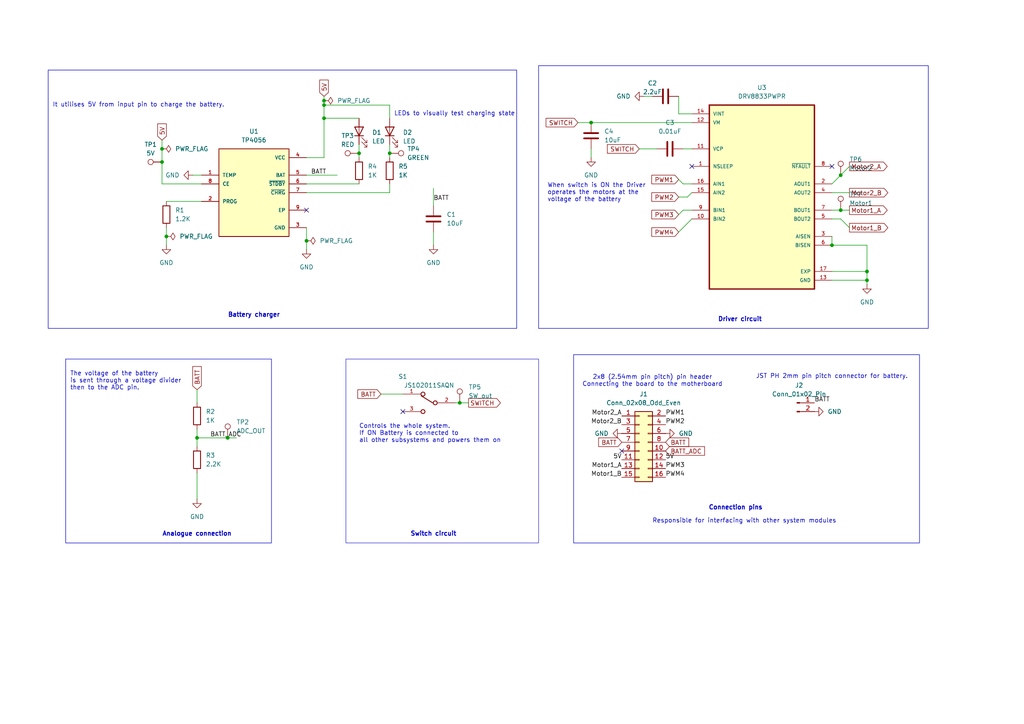
<source format=kicad_sch>
(kicad_sch
	(version 20231120)
	(generator "eeschema")
	(generator_version "8.0")
	(uuid "178c0d67-ede7-4c80-a90b-f321d1c96854")
	(paper "A4")
	(title_block
		(title "Micro-mouse Power Subsystem")
		(date "2024-03-23")
		(company "UCT")
		(comment 1 "MTHALU008")
		(comment 2 "Author: Alulutho Mthitshana")
	)
	(lib_symbols
		(symbol "Connector:Conn_01x02_Pin"
			(pin_names
				(offset 1.016) hide)
			(exclude_from_sim no)
			(in_bom yes)
			(on_board yes)
			(property "Reference" "J"
				(at 0 2.54 0)
				(effects
					(font
						(size 1.27 1.27)
					)
				)
			)
			(property "Value" "Conn_01x02_Pin"
				(at 0 -5.08 0)
				(effects
					(font
						(size 1.27 1.27)
					)
				)
			)
			(property "Footprint" ""
				(at 0 0 0)
				(effects
					(font
						(size 1.27 1.27)
					)
					(hide yes)
				)
			)
			(property "Datasheet" "~"
				(at 0 0 0)
				(effects
					(font
						(size 1.27 1.27)
					)
					(hide yes)
				)
			)
			(property "Description" "Generic connector, single row, 01x02, script generated"
				(at 0 0 0)
				(effects
					(font
						(size 1.27 1.27)
					)
					(hide yes)
				)
			)
			(property "ki_locked" ""
				(at 0 0 0)
				(effects
					(font
						(size 1.27 1.27)
					)
				)
			)
			(property "ki_keywords" "connector"
				(at 0 0 0)
				(effects
					(font
						(size 1.27 1.27)
					)
					(hide yes)
				)
			)
			(property "ki_fp_filters" "Connector*:*_1x??_*"
				(at 0 0 0)
				(effects
					(font
						(size 1.27 1.27)
					)
					(hide yes)
				)
			)
			(symbol "Conn_01x02_Pin_1_1"
				(polyline
					(pts
						(xy 1.27 -2.54) (xy 0.8636 -2.54)
					)
					(stroke
						(width 0.1524)
						(type default)
					)
					(fill
						(type none)
					)
				)
				(polyline
					(pts
						(xy 1.27 0) (xy 0.8636 0)
					)
					(stroke
						(width 0.1524)
						(type default)
					)
					(fill
						(type none)
					)
				)
				(rectangle
					(start 0.8636 -2.413)
					(end 0 -2.667)
					(stroke
						(width 0.1524)
						(type default)
					)
					(fill
						(type outline)
					)
				)
				(rectangle
					(start 0.8636 0.127)
					(end 0 -0.127)
					(stroke
						(width 0.1524)
						(type default)
					)
					(fill
						(type outline)
					)
				)
				(pin passive line
					(at 5.08 0 180)
					(length 3.81)
					(name "Pin_1"
						(effects
							(font
								(size 1.27 1.27)
							)
						)
					)
					(number "1"
						(effects
							(font
								(size 1.27 1.27)
							)
						)
					)
				)
				(pin passive line
					(at 5.08 -2.54 180)
					(length 3.81)
					(name "Pin_2"
						(effects
							(font
								(size 1.27 1.27)
							)
						)
					)
					(number "2"
						(effects
							(font
								(size 1.27 1.27)
							)
						)
					)
				)
			)
		)
		(symbol "Connector:TestPoint"
			(pin_numbers hide)
			(pin_names
				(offset 0.762) hide)
			(exclude_from_sim no)
			(in_bom yes)
			(on_board yes)
			(property "Reference" "TP"
				(at 0 6.858 0)
				(effects
					(font
						(size 1.27 1.27)
					)
				)
			)
			(property "Value" "TestPoint"
				(at 0 5.08 0)
				(effects
					(font
						(size 1.27 1.27)
					)
				)
			)
			(property "Footprint" ""
				(at 5.08 0 0)
				(effects
					(font
						(size 1.27 1.27)
					)
					(hide yes)
				)
			)
			(property "Datasheet" "~"
				(at 5.08 0 0)
				(effects
					(font
						(size 1.27 1.27)
					)
					(hide yes)
				)
			)
			(property "Description" "test point"
				(at 0 0 0)
				(effects
					(font
						(size 1.27 1.27)
					)
					(hide yes)
				)
			)
			(property "ki_keywords" "test point tp"
				(at 0 0 0)
				(effects
					(font
						(size 1.27 1.27)
					)
					(hide yes)
				)
			)
			(property "ki_fp_filters" "Pin* Test*"
				(at 0 0 0)
				(effects
					(font
						(size 1.27 1.27)
					)
					(hide yes)
				)
			)
			(symbol "TestPoint_0_1"
				(circle
					(center 0 3.302)
					(radius 0.762)
					(stroke
						(width 0)
						(type default)
					)
					(fill
						(type none)
					)
				)
			)
			(symbol "TestPoint_1_1"
				(pin passive line
					(at 0 0 90)
					(length 2.54)
					(name "1"
						(effects
							(font
								(size 1.27 1.27)
							)
						)
					)
					(number "1"
						(effects
							(font
								(size 1.27 1.27)
							)
						)
					)
				)
			)
		)
		(symbol "Connector_Generic:Conn_02x08_Odd_Even"
			(pin_names
				(offset 1.016) hide)
			(exclude_from_sim no)
			(in_bom yes)
			(on_board yes)
			(property "Reference" "J"
				(at 1.27 10.16 0)
				(effects
					(font
						(size 1.27 1.27)
					)
				)
			)
			(property "Value" "Conn_02x08_Odd_Even"
				(at 1.27 -12.7 0)
				(effects
					(font
						(size 1.27 1.27)
					)
				)
			)
			(property "Footprint" ""
				(at 0 0 0)
				(effects
					(font
						(size 1.27 1.27)
					)
					(hide yes)
				)
			)
			(property "Datasheet" "~"
				(at 0 0 0)
				(effects
					(font
						(size 1.27 1.27)
					)
					(hide yes)
				)
			)
			(property "Description" "Generic connector, double row, 02x08, odd/even pin numbering scheme (row 1 odd numbers, row 2 even numbers), script generated (kicad-library-utils/schlib/autogen/connector/)"
				(at 0 0 0)
				(effects
					(font
						(size 1.27 1.27)
					)
					(hide yes)
				)
			)
			(property "ki_keywords" "connector"
				(at 0 0 0)
				(effects
					(font
						(size 1.27 1.27)
					)
					(hide yes)
				)
			)
			(property "ki_fp_filters" "Connector*:*_2x??_*"
				(at 0 0 0)
				(effects
					(font
						(size 1.27 1.27)
					)
					(hide yes)
				)
			)
			(symbol "Conn_02x08_Odd_Even_1_1"
				(rectangle
					(start -1.27 -10.033)
					(end 0 -10.287)
					(stroke
						(width 0.1524)
						(type default)
					)
					(fill
						(type none)
					)
				)
				(rectangle
					(start -1.27 -7.493)
					(end 0 -7.747)
					(stroke
						(width 0.1524)
						(type default)
					)
					(fill
						(type none)
					)
				)
				(rectangle
					(start -1.27 -4.953)
					(end 0 -5.207)
					(stroke
						(width 0.1524)
						(type default)
					)
					(fill
						(type none)
					)
				)
				(rectangle
					(start -1.27 -2.413)
					(end 0 -2.667)
					(stroke
						(width 0.1524)
						(type default)
					)
					(fill
						(type none)
					)
				)
				(rectangle
					(start -1.27 0.127)
					(end 0 -0.127)
					(stroke
						(width 0.1524)
						(type default)
					)
					(fill
						(type none)
					)
				)
				(rectangle
					(start -1.27 2.667)
					(end 0 2.413)
					(stroke
						(width 0.1524)
						(type default)
					)
					(fill
						(type none)
					)
				)
				(rectangle
					(start -1.27 5.207)
					(end 0 4.953)
					(stroke
						(width 0.1524)
						(type default)
					)
					(fill
						(type none)
					)
				)
				(rectangle
					(start -1.27 7.747)
					(end 0 7.493)
					(stroke
						(width 0.1524)
						(type default)
					)
					(fill
						(type none)
					)
				)
				(rectangle
					(start -1.27 8.89)
					(end 3.81 -11.43)
					(stroke
						(width 0.254)
						(type default)
					)
					(fill
						(type background)
					)
				)
				(rectangle
					(start 3.81 -10.033)
					(end 2.54 -10.287)
					(stroke
						(width 0.1524)
						(type default)
					)
					(fill
						(type none)
					)
				)
				(rectangle
					(start 3.81 -7.493)
					(end 2.54 -7.747)
					(stroke
						(width 0.1524)
						(type default)
					)
					(fill
						(type none)
					)
				)
				(rectangle
					(start 3.81 -4.953)
					(end 2.54 -5.207)
					(stroke
						(width 0.1524)
						(type default)
					)
					(fill
						(type none)
					)
				)
				(rectangle
					(start 3.81 -2.413)
					(end 2.54 -2.667)
					(stroke
						(width 0.1524)
						(type default)
					)
					(fill
						(type none)
					)
				)
				(rectangle
					(start 3.81 0.127)
					(end 2.54 -0.127)
					(stroke
						(width 0.1524)
						(type default)
					)
					(fill
						(type none)
					)
				)
				(rectangle
					(start 3.81 2.667)
					(end 2.54 2.413)
					(stroke
						(width 0.1524)
						(type default)
					)
					(fill
						(type none)
					)
				)
				(rectangle
					(start 3.81 5.207)
					(end 2.54 4.953)
					(stroke
						(width 0.1524)
						(type default)
					)
					(fill
						(type none)
					)
				)
				(rectangle
					(start 3.81 7.747)
					(end 2.54 7.493)
					(stroke
						(width 0.1524)
						(type default)
					)
					(fill
						(type none)
					)
				)
				(pin passive line
					(at -5.08 7.62 0)
					(length 3.81)
					(name "Pin_1"
						(effects
							(font
								(size 1.27 1.27)
							)
						)
					)
					(number "1"
						(effects
							(font
								(size 1.27 1.27)
							)
						)
					)
				)
				(pin passive line
					(at 7.62 -2.54 180)
					(length 3.81)
					(name "Pin_10"
						(effects
							(font
								(size 1.27 1.27)
							)
						)
					)
					(number "10"
						(effects
							(font
								(size 1.27 1.27)
							)
						)
					)
				)
				(pin passive line
					(at -5.08 -5.08 0)
					(length 3.81)
					(name "Pin_11"
						(effects
							(font
								(size 1.27 1.27)
							)
						)
					)
					(number "11"
						(effects
							(font
								(size 1.27 1.27)
							)
						)
					)
				)
				(pin passive line
					(at 7.62 -5.08 180)
					(length 3.81)
					(name "Pin_12"
						(effects
							(font
								(size 1.27 1.27)
							)
						)
					)
					(number "12"
						(effects
							(font
								(size 1.27 1.27)
							)
						)
					)
				)
				(pin passive line
					(at -5.08 -7.62 0)
					(length 3.81)
					(name "Pin_13"
						(effects
							(font
								(size 1.27 1.27)
							)
						)
					)
					(number "13"
						(effects
							(font
								(size 1.27 1.27)
							)
						)
					)
				)
				(pin passive line
					(at 7.62 -7.62 180)
					(length 3.81)
					(name "Pin_14"
						(effects
							(font
								(size 1.27 1.27)
							)
						)
					)
					(number "14"
						(effects
							(font
								(size 1.27 1.27)
							)
						)
					)
				)
				(pin passive line
					(at -5.08 -10.16 0)
					(length 3.81)
					(name "Pin_15"
						(effects
							(font
								(size 1.27 1.27)
							)
						)
					)
					(number "15"
						(effects
							(font
								(size 1.27 1.27)
							)
						)
					)
				)
				(pin passive line
					(at 7.62 -10.16 180)
					(length 3.81)
					(name "Pin_16"
						(effects
							(font
								(size 1.27 1.27)
							)
						)
					)
					(number "16"
						(effects
							(font
								(size 1.27 1.27)
							)
						)
					)
				)
				(pin passive line
					(at 7.62 7.62 180)
					(length 3.81)
					(name "Pin_2"
						(effects
							(font
								(size 1.27 1.27)
							)
						)
					)
					(number "2"
						(effects
							(font
								(size 1.27 1.27)
							)
						)
					)
				)
				(pin passive line
					(at -5.08 5.08 0)
					(length 3.81)
					(name "Pin_3"
						(effects
							(font
								(size 1.27 1.27)
							)
						)
					)
					(number "3"
						(effects
							(font
								(size 1.27 1.27)
							)
						)
					)
				)
				(pin passive line
					(at 7.62 5.08 180)
					(length 3.81)
					(name "Pin_4"
						(effects
							(font
								(size 1.27 1.27)
							)
						)
					)
					(number "4"
						(effects
							(font
								(size 1.27 1.27)
							)
						)
					)
				)
				(pin passive line
					(at -5.08 2.54 0)
					(length 3.81)
					(name "Pin_5"
						(effects
							(font
								(size 1.27 1.27)
							)
						)
					)
					(number "5"
						(effects
							(font
								(size 1.27 1.27)
							)
						)
					)
				)
				(pin passive line
					(at 7.62 2.54 180)
					(length 3.81)
					(name "Pin_6"
						(effects
							(font
								(size 1.27 1.27)
							)
						)
					)
					(number "6"
						(effects
							(font
								(size 1.27 1.27)
							)
						)
					)
				)
				(pin passive line
					(at -5.08 0 0)
					(length 3.81)
					(name "Pin_7"
						(effects
							(font
								(size 1.27 1.27)
							)
						)
					)
					(number "7"
						(effects
							(font
								(size 1.27 1.27)
							)
						)
					)
				)
				(pin passive line
					(at 7.62 0 180)
					(length 3.81)
					(name "Pin_8"
						(effects
							(font
								(size 1.27 1.27)
							)
						)
					)
					(number "8"
						(effects
							(font
								(size 1.27 1.27)
							)
						)
					)
				)
				(pin passive line
					(at -5.08 -2.54 0)
					(length 3.81)
					(name "Pin_9"
						(effects
							(font
								(size 1.27 1.27)
							)
						)
					)
					(number "9"
						(effects
							(font
								(size 1.27 1.27)
							)
						)
					)
				)
			)
		)
		(symbol "DRV8833PWPR:DRV8833PWPR"
			(pin_names
				(offset 1.016)
			)
			(exclude_from_sim no)
			(in_bom yes)
			(on_board yes)
			(property "Reference" "U"
				(at -15.24 28.94 0)
				(effects
					(font
						(size 1.27 1.27)
					)
					(justify left bottom)
				)
			)
			(property "Value" "DRV8833PWPR"
				(at -15.24 -29.4 0)
				(effects
					(font
						(size 1.27 1.27)
					)
					(justify left bottom)
				)
			)
			(property "Footprint" "DRV8833PWPR:IC_DRV8833PWPR"
				(at 0 0 0)
				(effects
					(font
						(size 1.27 1.27)
					)
					(justify bottom)
					(hide yes)
				)
			)
			(property "Datasheet" ""
				(at 0 0 0)
				(effects
					(font
						(size 1.27 1.27)
					)
					(hide yes)
				)
			)
			(property "Description" "10.8-V, 2-A dual H-bridge motor driver with current regulation 16-HTSSOP -40 to 85"
				(at 0 0 0)
				(effects
					(font
						(size 1.27 1.27)
					)
					(justify bottom)
					(hide yes)
				)
			)
			(property "MF" "Texas Instruments"
				(at 0 0 0)
				(effects
					(font
						(size 1.27 1.27)
					)
					(justify bottom)
					(hide yes)
				)
			)
			(property "MOUSER-PURCHASE-URL" "https://snapeda.com/shop?store=Mouser&id=377881"
				(at 0 0 0)
				(effects
					(font
						(size 1.27 1.27)
					)
					(justify bottom)
					(hide yes)
				)
			)
			(property "PACKAGE" "HTSSOP-16 Texas Instruments"
				(at 0 0 0)
				(effects
					(font
						(size 1.27 1.27)
					)
					(justify bottom)
					(hide yes)
				)
			)
			(property "Price" "None"
				(at 0 0 0)
				(effects
					(font
						(size 1.27 1.27)
					)
					(justify bottom)
					(hide yes)
				)
			)
			(property "PRICE" "None"
				(at 0 0 0)
				(effects
					(font
						(size 1.27 1.27)
					)
					(justify bottom)
					(hide yes)
				)
			)
			(property "Package" "HTSSOP-16 Texas Instruments"
				(at 0 0 0)
				(effects
					(font
						(size 1.27 1.27)
					)
					(justify bottom)
					(hide yes)
				)
			)
			(property "Check_prices" "https://www.snapeda.com/parts/DRV8833PWPR/Texas+Instruments/view-part/?ref=eda"
				(at 0 0 0)
				(effects
					(font
						(size 1.27 1.27)
					)
					(justify bottom)
					(hide yes)
				)
			)
			(property "STANDARD" "Manufacturer Recommendations"
				(at 0 0 0)
				(effects
					(font
						(size 1.27 1.27)
					)
					(justify bottom)
					(hide yes)
				)
			)
			(property "PARTREV" "E"
				(at 0 0 0)
				(effects
					(font
						(size 1.27 1.27)
					)
					(justify bottom)
					(hide yes)
				)
			)
			(property "SnapEDA_Link" "https://www.snapeda.com/parts/DRV8833PWPR/Texas+Instruments/view-part/?ref=snap"
				(at 0 0 0)
				(effects
					(font
						(size 1.27 1.27)
					)
					(justify bottom)
					(hide yes)
				)
			)
			(property "MP" "DRV8833PWPR"
				(at 0 0 0)
				(effects
					(font
						(size 1.27 1.27)
					)
					(justify bottom)
					(hide yes)
				)
			)
			(property "TEXAS_INSTRUMENTS-PURCHASE-URL" "https://snapeda.com/shop?store=Texas+Instruments&id=377881"
				(at 0 0 0)
				(effects
					(font
						(size 1.27 1.27)
					)
					(justify bottom)
					(hide yes)
				)
			)
			(property "MAXIMUM_PACKAGE_HEIGHT" "1.2mm"
				(at 0 0 0)
				(effects
					(font
						(size 1.27 1.27)
					)
					(justify bottom)
					(hide yes)
				)
			)
			(property "Description_1" "\n10.8-V, 2-A dual H-bridge motor driver with current regulation\n"
				(at 0 0 0)
				(effects
					(font
						(size 1.27 1.27)
					)
					(justify bottom)
					(hide yes)
				)
			)
			(property "Availability" "In Stock"
				(at 0 0 0)
				(effects
					(font
						(size 1.27 1.27)
					)
					(justify bottom)
					(hide yes)
				)
			)
			(property "AVAILABILITY" "Warning"
				(at 0 0 0)
				(effects
					(font
						(size 1.27 1.27)
					)
					(justify bottom)
					(hide yes)
				)
			)
			(property "DIGIKEY-PURCHASE-URL" "https://snapeda.com/shop?store=DigiKey&id=377881"
				(at 0 0 0)
				(effects
					(font
						(size 1.27 1.27)
					)
					(justify bottom)
					(hide yes)
				)
			)
			(property "MANUFACTURER" "Texas Instruments"
				(at 0 0 0)
				(effects
					(font
						(size 1.27 1.27)
					)
					(justify bottom)
					(hide yes)
				)
			)
			(symbol "DRV8833PWPR_0_0"
				(rectangle
					(start -15.24 -25.4)
					(end 15.24 27.94)
					(stroke
						(width 0.41)
						(type default)
					)
					(fill
						(type background)
					)
				)
				(pin input line
					(at -20.32 10.16 0)
					(length 5.08)
					(name "NSLEEP"
						(effects
							(font
								(size 1.016 1.016)
							)
						)
					)
					(number "1"
						(effects
							(font
								(size 1.016 1.016)
							)
						)
					)
				)
				(pin input line
					(at -20.32 -5.08 0)
					(length 5.08)
					(name "BIN2"
						(effects
							(font
								(size 1.016 1.016)
							)
						)
					)
					(number "10"
						(effects
							(font
								(size 1.016 1.016)
							)
						)
					)
				)
				(pin bidirectional line
					(at -20.32 15.24 0)
					(length 5.08)
					(name "VCP"
						(effects
							(font
								(size 1.016 1.016)
							)
						)
					)
					(number "11"
						(effects
							(font
								(size 1.016 1.016)
							)
						)
					)
				)
				(pin power_in line
					(at -20.32 22.86 0)
					(length 5.08)
					(name "VM"
						(effects
							(font
								(size 1.016 1.016)
							)
						)
					)
					(number "12"
						(effects
							(font
								(size 1.016 1.016)
							)
						)
					)
				)
				(pin power_in line
					(at 20.32 -22.86 180)
					(length 5.08)
					(name "GND"
						(effects
							(font
								(size 1.016 1.016)
							)
						)
					)
					(number "13"
						(effects
							(font
								(size 1.016 1.016)
							)
						)
					)
				)
				(pin power_in line
					(at -20.32 25.4 0)
					(length 5.08)
					(name "VINT"
						(effects
							(font
								(size 1.016 1.016)
							)
						)
					)
					(number "14"
						(effects
							(font
								(size 1.016 1.016)
							)
						)
					)
				)
				(pin input line
					(at -20.32 2.54 0)
					(length 5.08)
					(name "AIN2"
						(effects
							(font
								(size 1.016 1.016)
							)
						)
					)
					(number "15"
						(effects
							(font
								(size 1.016 1.016)
							)
						)
					)
				)
				(pin input line
					(at -20.32 5.08 0)
					(length 5.08)
					(name "AIN1"
						(effects
							(font
								(size 1.016 1.016)
							)
						)
					)
					(number "16"
						(effects
							(font
								(size 1.016 1.016)
							)
						)
					)
				)
				(pin passive line
					(at 20.32 -20.32 180)
					(length 5.08)
					(name "EXP"
						(effects
							(font
								(size 1.016 1.016)
							)
						)
					)
					(number "17"
						(effects
							(font
								(size 1.016 1.016)
							)
						)
					)
				)
				(pin output line
					(at 20.32 5.08 180)
					(length 5.08)
					(name "AOUT1"
						(effects
							(font
								(size 1.016 1.016)
							)
						)
					)
					(number "2"
						(effects
							(font
								(size 1.016 1.016)
							)
						)
					)
				)
				(pin bidirectional line
					(at 20.32 -10.16 180)
					(length 5.08)
					(name "AISEN"
						(effects
							(font
								(size 1.016 1.016)
							)
						)
					)
					(number "3"
						(effects
							(font
								(size 1.016 1.016)
							)
						)
					)
				)
				(pin output line
					(at 20.32 2.54 180)
					(length 5.08)
					(name "AOUT2"
						(effects
							(font
								(size 1.016 1.016)
							)
						)
					)
					(number "4"
						(effects
							(font
								(size 1.016 1.016)
							)
						)
					)
				)
				(pin output line
					(at 20.32 -5.08 180)
					(length 5.08)
					(name "BOUT2"
						(effects
							(font
								(size 1.016 1.016)
							)
						)
					)
					(number "5"
						(effects
							(font
								(size 1.016 1.016)
							)
						)
					)
				)
				(pin bidirectional line
					(at 20.32 -12.7 180)
					(length 5.08)
					(name "BISEN"
						(effects
							(font
								(size 1.016 1.016)
							)
						)
					)
					(number "6"
						(effects
							(font
								(size 1.016 1.016)
							)
						)
					)
				)
				(pin output line
					(at 20.32 -2.54 180)
					(length 5.08)
					(name "BOUT1"
						(effects
							(font
								(size 1.016 1.016)
							)
						)
					)
					(number "7"
						(effects
							(font
								(size 1.016 1.016)
							)
						)
					)
				)
				(pin output line
					(at 20.32 10.16 180)
					(length 5.08)
					(name "~{NFAULT}"
						(effects
							(font
								(size 1.016 1.016)
							)
						)
					)
					(number "8"
						(effects
							(font
								(size 1.016 1.016)
							)
						)
					)
				)
				(pin input line
					(at -20.32 -2.54 0)
					(length 5.08)
					(name "BIN1"
						(effects
							(font
								(size 1.016 1.016)
							)
						)
					)
					(number "9"
						(effects
							(font
								(size 1.016 1.016)
							)
						)
					)
				)
			)
		)
		(symbol "Device:C"
			(pin_numbers hide)
			(pin_names
				(offset 0.254)
			)
			(exclude_from_sim no)
			(in_bom yes)
			(on_board yes)
			(property "Reference" "C"
				(at 0.635 2.54 0)
				(effects
					(font
						(size 1.27 1.27)
					)
					(justify left)
				)
			)
			(property "Value" "C"
				(at 0.635 -2.54 0)
				(effects
					(font
						(size 1.27 1.27)
					)
					(justify left)
				)
			)
			(property "Footprint" ""
				(at 0.9652 -3.81 0)
				(effects
					(font
						(size 1.27 1.27)
					)
					(hide yes)
				)
			)
			(property "Datasheet" "~"
				(at 0 0 0)
				(effects
					(font
						(size 1.27 1.27)
					)
					(hide yes)
				)
			)
			(property "Description" "Unpolarized capacitor"
				(at 0 0 0)
				(effects
					(font
						(size 1.27 1.27)
					)
					(hide yes)
				)
			)
			(property "ki_keywords" "cap capacitor"
				(at 0 0 0)
				(effects
					(font
						(size 1.27 1.27)
					)
					(hide yes)
				)
			)
			(property "ki_fp_filters" "C_*"
				(at 0 0 0)
				(effects
					(font
						(size 1.27 1.27)
					)
					(hide yes)
				)
			)
			(symbol "C_0_1"
				(polyline
					(pts
						(xy -2.032 -0.762) (xy 2.032 -0.762)
					)
					(stroke
						(width 0.508)
						(type default)
					)
					(fill
						(type none)
					)
				)
				(polyline
					(pts
						(xy -2.032 0.762) (xy 2.032 0.762)
					)
					(stroke
						(width 0.508)
						(type default)
					)
					(fill
						(type none)
					)
				)
			)
			(symbol "C_1_1"
				(pin passive line
					(at 0 3.81 270)
					(length 2.794)
					(name "~"
						(effects
							(font
								(size 1.27 1.27)
							)
						)
					)
					(number "1"
						(effects
							(font
								(size 1.27 1.27)
							)
						)
					)
				)
				(pin passive line
					(at 0 -3.81 90)
					(length 2.794)
					(name "~"
						(effects
							(font
								(size 1.27 1.27)
							)
						)
					)
					(number "2"
						(effects
							(font
								(size 1.27 1.27)
							)
						)
					)
				)
			)
		)
		(symbol "Device:LED"
			(pin_numbers hide)
			(pin_names
				(offset 1.016) hide)
			(exclude_from_sim no)
			(in_bom yes)
			(on_board yes)
			(property "Reference" "D"
				(at 0 2.54 0)
				(effects
					(font
						(size 1.27 1.27)
					)
				)
			)
			(property "Value" "LED"
				(at 0 -2.54 0)
				(effects
					(font
						(size 1.27 1.27)
					)
				)
			)
			(property "Footprint" ""
				(at 0 0 0)
				(effects
					(font
						(size 1.27 1.27)
					)
					(hide yes)
				)
			)
			(property "Datasheet" "~"
				(at 0 0 0)
				(effects
					(font
						(size 1.27 1.27)
					)
					(hide yes)
				)
			)
			(property "Description" "Light emitting diode"
				(at 0 0 0)
				(effects
					(font
						(size 1.27 1.27)
					)
					(hide yes)
				)
			)
			(property "ki_keywords" "LED diode"
				(at 0 0 0)
				(effects
					(font
						(size 1.27 1.27)
					)
					(hide yes)
				)
			)
			(property "ki_fp_filters" "LED* LED_SMD:* LED_THT:*"
				(at 0 0 0)
				(effects
					(font
						(size 1.27 1.27)
					)
					(hide yes)
				)
			)
			(symbol "LED_0_1"
				(polyline
					(pts
						(xy -1.27 -1.27) (xy -1.27 1.27)
					)
					(stroke
						(width 0.254)
						(type default)
					)
					(fill
						(type none)
					)
				)
				(polyline
					(pts
						(xy -1.27 0) (xy 1.27 0)
					)
					(stroke
						(width 0)
						(type default)
					)
					(fill
						(type none)
					)
				)
				(polyline
					(pts
						(xy 1.27 -1.27) (xy 1.27 1.27) (xy -1.27 0) (xy 1.27 -1.27)
					)
					(stroke
						(width 0.254)
						(type default)
					)
					(fill
						(type none)
					)
				)
				(polyline
					(pts
						(xy -3.048 -0.762) (xy -4.572 -2.286) (xy -3.81 -2.286) (xy -4.572 -2.286) (xy -4.572 -1.524)
					)
					(stroke
						(width 0)
						(type default)
					)
					(fill
						(type none)
					)
				)
				(polyline
					(pts
						(xy -1.778 -0.762) (xy -3.302 -2.286) (xy -2.54 -2.286) (xy -3.302 -2.286) (xy -3.302 -1.524)
					)
					(stroke
						(width 0)
						(type default)
					)
					(fill
						(type none)
					)
				)
			)
			(symbol "LED_1_1"
				(pin passive line
					(at -3.81 0 0)
					(length 2.54)
					(name "K"
						(effects
							(font
								(size 1.27 1.27)
							)
						)
					)
					(number "1"
						(effects
							(font
								(size 1.27 1.27)
							)
						)
					)
				)
				(pin passive line
					(at 3.81 0 180)
					(length 2.54)
					(name "A"
						(effects
							(font
								(size 1.27 1.27)
							)
						)
					)
					(number "2"
						(effects
							(font
								(size 1.27 1.27)
							)
						)
					)
				)
			)
		)
		(symbol "Device:R"
			(pin_numbers hide)
			(pin_names
				(offset 0)
			)
			(exclude_from_sim no)
			(in_bom yes)
			(on_board yes)
			(property "Reference" "R"
				(at 2.032 0 90)
				(effects
					(font
						(size 1.27 1.27)
					)
				)
			)
			(property "Value" "R"
				(at 0 0 90)
				(effects
					(font
						(size 1.27 1.27)
					)
				)
			)
			(property "Footprint" ""
				(at -1.778 0 90)
				(effects
					(font
						(size 1.27 1.27)
					)
					(hide yes)
				)
			)
			(property "Datasheet" "~"
				(at 0 0 0)
				(effects
					(font
						(size 1.27 1.27)
					)
					(hide yes)
				)
			)
			(property "Description" "Resistor"
				(at 0 0 0)
				(effects
					(font
						(size 1.27 1.27)
					)
					(hide yes)
				)
			)
			(property "ki_keywords" "R res resistor"
				(at 0 0 0)
				(effects
					(font
						(size 1.27 1.27)
					)
					(hide yes)
				)
			)
			(property "ki_fp_filters" "R_*"
				(at 0 0 0)
				(effects
					(font
						(size 1.27 1.27)
					)
					(hide yes)
				)
			)
			(symbol "R_0_1"
				(rectangle
					(start -1.016 -2.54)
					(end 1.016 2.54)
					(stroke
						(width 0.254)
						(type default)
					)
					(fill
						(type none)
					)
				)
			)
			(symbol "R_1_1"
				(pin passive line
					(at 0 3.81 270)
					(length 1.27)
					(name "~"
						(effects
							(font
								(size 1.27 1.27)
							)
						)
					)
					(number "1"
						(effects
							(font
								(size 1.27 1.27)
							)
						)
					)
				)
				(pin passive line
					(at 0 -3.81 90)
					(length 1.27)
					(name "~"
						(effects
							(font
								(size 1.27 1.27)
							)
						)
					)
					(number "2"
						(effects
							(font
								(size 1.27 1.27)
							)
						)
					)
				)
			)
		)
		(symbol "JS102011SAQN:JS102011SAQN"
			(pin_names
				(offset 1.016)
			)
			(exclude_from_sim no)
			(in_bom yes)
			(on_board yes)
			(property "Reference" "S"
				(at -7.6229 5.0819 0)
				(effects
					(font
						(size 1.27 1.27)
					)
					(justify left bottom)
				)
			)
			(property "Value" "JS102011SAQN"
				(at -7.6286 -5.0857 0)
				(effects
					(font
						(size 1.27 1.27)
					)
					(justify left bottom)
				)
			)
			(property "Footprint" "JS102011SAQN:SW_JS102011SAQN"
				(at 0 0 0)
				(effects
					(font
						(size 1.27 1.27)
					)
					(justify bottom)
					(hide yes)
				)
			)
			(property "Datasheet" ""
				(at 0 0 0)
				(effects
					(font
						(size 1.27 1.27)
					)
					(hide yes)
				)
			)
			(property "Description" ""
				(at 0 0 0)
				(effects
					(font
						(size 1.27 1.27)
					)
					(hide yes)
				)
			)
			(property "MF" "C&K"
				(at 0 0 0)
				(effects
					(font
						(size 1.27 1.27)
					)
					(justify bottom)
					(hide yes)
				)
			)
			(property "Description_1" "\nSwitch, Slide, SPDT, ON-ON, 300mA, 6VDC, Surface Mount, R/A, Gull Wing | C&K JS102011SAQN\n"
				(at 0 0 0)
				(effects
					(font
						(size 1.27 1.27)
					)
					(justify bottom)
					(hide yes)
				)
			)
			(property "Package" "None"
				(at 0 0 0)
				(effects
					(font
						(size 1.27 1.27)
					)
					(justify bottom)
					(hide yes)
				)
			)
			(property "Price" "None"
				(at 0 0 0)
				(effects
					(font
						(size 1.27 1.27)
					)
					(justify bottom)
					(hide yes)
				)
			)
			(property "Check_prices" "https://www.snapeda.com/parts/JS102011SAQN/C%2526K/view-part/?ref=eda"
				(at 0 0 0)
				(effects
					(font
						(size 1.27 1.27)
					)
					(justify bottom)
					(hide yes)
				)
			)
			(property "SnapEDA_Link" "https://www.snapeda.com/parts/JS102011SAQN/C%2526K/view-part/?ref=snap"
				(at 0 0 0)
				(effects
					(font
						(size 1.27 1.27)
					)
					(justify bottom)
					(hide yes)
				)
			)
			(property "MP" "JS102011SAQN"
				(at 0 0 0)
				(effects
					(font
						(size 1.27 1.27)
					)
					(justify bottom)
					(hide yes)
				)
			)
			(property "Availability" "In Stock"
				(at 0 0 0)
				(effects
					(font
						(size 1.27 1.27)
					)
					(justify bottom)
					(hide yes)
				)
			)
			(property "MANUFACTURER" "C&K"
				(at 0 0 0)
				(effects
					(font
						(size 1.27 1.27)
					)
					(justify bottom)
					(hide yes)
				)
			)
			(symbol "JS102011SAQN_0_0"
				(circle
					(center -1.778 -2.54)
					(radius 0.568)
					(stroke
						(width 0.254)
						(type default)
					)
					(fill
						(type none)
					)
				)
				(circle
					(center -1.778 2.54)
					(radius 0.568)
					(stroke
						(width 0.254)
						(type default)
					)
					(fill
						(type none)
					)
				)
				(polyline
					(pts
						(xy 1.016 0) (xy -2.286 2.032)
					)
					(stroke
						(width 0.254)
						(type default)
					)
					(fill
						(type none)
					)
				)
				(circle
					(center 1.778 0)
					(radius 0.568)
					(stroke
						(width 0.254)
						(type default)
					)
					(fill
						(type none)
					)
				)
				(pin passive line
					(at -7.62 2.54 0)
					(length 5.08)
					(name "~"
						(effects
							(font
								(size 1.016 1.016)
							)
						)
					)
					(number "1"
						(effects
							(font
								(size 1.016 1.016)
							)
						)
					)
				)
				(pin passive line
					(at 7.62 0 180)
					(length 5.08)
					(name "~"
						(effects
							(font
								(size 1.016 1.016)
							)
						)
					)
					(number "2"
						(effects
							(font
								(size 1.016 1.016)
							)
						)
					)
				)
				(pin passive line
					(at -7.62 -2.54 0)
					(length 5.08)
					(name "~"
						(effects
							(font
								(size 1.016 1.016)
							)
						)
					)
					(number "3"
						(effects
							(font
								(size 1.016 1.016)
							)
						)
					)
				)
			)
		)
		(symbol "TP4056:TP4056"
			(pin_names
				(offset 1.016)
			)
			(exclude_from_sim no)
			(in_bom yes)
			(on_board yes)
			(property "Reference" "U"
				(at -10.16 13.208 0)
				(effects
					(font
						(size 1.27 1.27)
					)
					(justify left bottom)
				)
			)
			(property "Value" "TP4056"
				(at -10.16 -15.24 0)
				(effects
					(font
						(size 1.27 1.27)
					)
					(justify left bottom)
				)
			)
			(property "Footprint" "TP4056:SOP127P600X175-9N"
				(at 0 0 0)
				(effects
					(font
						(size 1.27 1.27)
					)
					(justify bottom)
					(hide yes)
				)
			)
			(property "Datasheet" ""
				(at 0 0 0)
				(effects
					(font
						(size 1.27 1.27)
					)
					(hide yes)
				)
			)
			(property "Description" ""
				(at 0 0 0)
				(effects
					(font
						(size 1.27 1.27)
					)
					(hide yes)
				)
			)
			(property "MF" "NanJing Top Power ASIC Corp."
				(at 0 0 0)
				(effects
					(font
						(size 1.27 1.27)
					)
					(justify bottom)
					(hide yes)
				)
			)
			(property "MAXIMUM_PACKAGE_HEIGHT" "1.75mm"
				(at 0 0 0)
				(effects
					(font
						(size 1.27 1.27)
					)
					(justify bottom)
					(hide yes)
				)
			)
			(property "Package" "Package"
				(at 0 0 0)
				(effects
					(font
						(size 1.27 1.27)
					)
					(justify bottom)
					(hide yes)
				)
			)
			(property "Price" "None"
				(at 0 0 0)
				(effects
					(font
						(size 1.27 1.27)
					)
					(justify bottom)
					(hide yes)
				)
			)
			(property "Check_prices" "https://www.snapeda.com/parts/TP4056/NanJing+Top+Power+ASIC+Corp./view-part/?ref=eda"
				(at 0 0 0)
				(effects
					(font
						(size 1.27 1.27)
					)
					(justify bottom)
					(hide yes)
				)
			)
			(property "STANDARD" "IPC 7351B"
				(at 0 0 0)
				(effects
					(font
						(size 1.27 1.27)
					)
					(justify bottom)
					(hide yes)
				)
			)
			(property "SnapEDA_Link" "https://www.snapeda.com/parts/TP4056/NanJing+Top+Power+ASIC+Corp./view-part/?ref=snap"
				(at 0 0 0)
				(effects
					(font
						(size 1.27 1.27)
					)
					(justify bottom)
					(hide yes)
				)
			)
			(property "MP" "TP4056"
				(at 0 0 0)
				(effects
					(font
						(size 1.27 1.27)
					)
					(justify bottom)
					(hide yes)
				)
			)
			(property "Description_1" "\nComplete single cell Li-Ion battery with a constant current / constant voltage linear charger\n"
				(at 0 0 0)
				(effects
					(font
						(size 1.27 1.27)
					)
					(justify bottom)
					(hide yes)
				)
			)
			(property "Availability" "Not in stock"
				(at 0 0 0)
				(effects
					(font
						(size 1.27 1.27)
					)
					(justify bottom)
					(hide yes)
				)
			)
			(property "MANUFACTURER" "NanJing Top Power ASIC Corp."
				(at 0 0 0)
				(effects
					(font
						(size 1.27 1.27)
					)
					(justify bottom)
					(hide yes)
				)
			)
			(symbol "TP4056_0_0"
				(rectangle
					(start -10.16 -12.7)
					(end 10.16 12.7)
					(stroke
						(width 0.254)
						(type default)
					)
					(fill
						(type background)
					)
				)
				(pin input line
					(at -15.24 5.08 0)
					(length 5.08)
					(name "TEMP"
						(effects
							(font
								(size 1.016 1.016)
							)
						)
					)
					(number "1"
						(effects
							(font
								(size 1.016 1.016)
							)
						)
					)
				)
				(pin bidirectional line
					(at -15.24 -2.54 0)
					(length 5.08)
					(name "PROG"
						(effects
							(font
								(size 1.016 1.016)
							)
						)
					)
					(number "2"
						(effects
							(font
								(size 1.016 1.016)
							)
						)
					)
				)
				(pin power_in line
					(at 15.24 -10.16 180)
					(length 5.08)
					(name "GND"
						(effects
							(font
								(size 1.016 1.016)
							)
						)
					)
					(number "3"
						(effects
							(font
								(size 1.016 1.016)
							)
						)
					)
				)
				(pin power_in line
					(at 15.24 10.16 180)
					(length 5.08)
					(name "VCC"
						(effects
							(font
								(size 1.016 1.016)
							)
						)
					)
					(number "4"
						(effects
							(font
								(size 1.016 1.016)
							)
						)
					)
				)
				(pin output line
					(at 15.24 5.08 180)
					(length 5.08)
					(name "BAT"
						(effects
							(font
								(size 1.016 1.016)
							)
						)
					)
					(number "5"
						(effects
							(font
								(size 1.016 1.016)
							)
						)
					)
				)
				(pin output line
					(at 15.24 2.54 180)
					(length 5.08)
					(name "~{STDBY}"
						(effects
							(font
								(size 1.016 1.016)
							)
						)
					)
					(number "6"
						(effects
							(font
								(size 1.016 1.016)
							)
						)
					)
				)
				(pin output line
					(at 15.24 0 180)
					(length 5.08)
					(name "~{CHRG}"
						(effects
							(font
								(size 1.016 1.016)
							)
						)
					)
					(number "7"
						(effects
							(font
								(size 1.016 1.016)
							)
						)
					)
				)
				(pin input line
					(at -15.24 2.54 0)
					(length 5.08)
					(name "CE"
						(effects
							(font
								(size 1.016 1.016)
							)
						)
					)
					(number "8"
						(effects
							(font
								(size 1.016 1.016)
							)
						)
					)
				)
				(pin passive line
					(at 15.24 -5.08 180)
					(length 5.08)
					(name "EP"
						(effects
							(font
								(size 1.016 1.016)
							)
						)
					)
					(number "9"
						(effects
							(font
								(size 1.016 1.016)
							)
						)
					)
				)
			)
		)
		(symbol "power:GND"
			(power)
			(pin_numbers hide)
			(pin_names
				(offset 0) hide)
			(exclude_from_sim no)
			(in_bom yes)
			(on_board yes)
			(property "Reference" "#PWR"
				(at 0 -6.35 0)
				(effects
					(font
						(size 1.27 1.27)
					)
					(hide yes)
				)
			)
			(property "Value" "GND"
				(at 0 -3.81 0)
				(effects
					(font
						(size 1.27 1.27)
					)
				)
			)
			(property "Footprint" ""
				(at 0 0 0)
				(effects
					(font
						(size 1.27 1.27)
					)
					(hide yes)
				)
			)
			(property "Datasheet" ""
				(at 0 0 0)
				(effects
					(font
						(size 1.27 1.27)
					)
					(hide yes)
				)
			)
			(property "Description" "Power symbol creates a global label with name \"GND\" , ground"
				(at 0 0 0)
				(effects
					(font
						(size 1.27 1.27)
					)
					(hide yes)
				)
			)
			(property "ki_keywords" "global power"
				(at 0 0 0)
				(effects
					(font
						(size 1.27 1.27)
					)
					(hide yes)
				)
			)
			(symbol "GND_0_1"
				(polyline
					(pts
						(xy 0 0) (xy 0 -1.27) (xy 1.27 -1.27) (xy 0 -2.54) (xy -1.27 -1.27) (xy 0 -1.27)
					)
					(stroke
						(width 0)
						(type default)
					)
					(fill
						(type none)
					)
				)
			)
			(symbol "GND_1_1"
				(pin power_in line
					(at 0 0 270)
					(length 0)
					(name "~"
						(effects
							(font
								(size 1.27 1.27)
							)
						)
					)
					(number "1"
						(effects
							(font
								(size 1.27 1.27)
							)
						)
					)
				)
			)
		)
		(symbol "power:PWR_FLAG"
			(power)
			(pin_numbers hide)
			(pin_names
				(offset 0) hide)
			(exclude_from_sim no)
			(in_bom yes)
			(on_board yes)
			(property "Reference" "#FLG"
				(at 0 1.905 0)
				(effects
					(font
						(size 1.27 1.27)
					)
					(hide yes)
				)
			)
			(property "Value" "PWR_FLAG"
				(at 0 3.81 0)
				(effects
					(font
						(size 1.27 1.27)
					)
				)
			)
			(property "Footprint" ""
				(at 0 0 0)
				(effects
					(font
						(size 1.27 1.27)
					)
					(hide yes)
				)
			)
			(property "Datasheet" "~"
				(at 0 0 0)
				(effects
					(font
						(size 1.27 1.27)
					)
					(hide yes)
				)
			)
			(property "Description" "Special symbol for telling ERC where power comes from"
				(at 0 0 0)
				(effects
					(font
						(size 1.27 1.27)
					)
					(hide yes)
				)
			)
			(property "ki_keywords" "flag power"
				(at 0 0 0)
				(effects
					(font
						(size 1.27 1.27)
					)
					(hide yes)
				)
			)
			(symbol "PWR_FLAG_0_0"
				(pin power_out line
					(at 0 0 90)
					(length 0)
					(name "~"
						(effects
							(font
								(size 1.27 1.27)
							)
						)
					)
					(number "1"
						(effects
							(font
								(size 1.27 1.27)
							)
						)
					)
				)
			)
			(symbol "PWR_FLAG_0_1"
				(polyline
					(pts
						(xy 0 0) (xy 0 1.27) (xy -1.016 1.905) (xy 0 2.54) (xy 1.016 1.905) (xy 0 1.27)
					)
					(stroke
						(width 0)
						(type default)
					)
					(fill
						(type none)
					)
				)
			)
		)
	)
	(junction
		(at 57.15 127)
		(diameter 0)
		(color 0 0 0 0)
		(uuid "013124c4-4df9-494a-a38e-0e1bbc1ff2d5")
	)
	(junction
		(at 88.9 69.85)
		(diameter 0)
		(color 0 0 0 0)
		(uuid "11f1216b-b18e-4110-b403-eccb97b1c6fd")
	)
	(junction
		(at 48.26 68.58)
		(diameter 0)
		(color 0 0 0 0)
		(uuid "13f86ae0-cfd8-42b6-88d4-96e8d2147ca2")
	)
	(junction
		(at 93.98 34.29)
		(diameter 0)
		(color 0 0 0 0)
		(uuid "24e08d43-1da7-4d74-9ea7-5c8697ac681d")
	)
	(junction
		(at 243.84 50.8)
		(diameter 0)
		(color 0 0 0 0)
		(uuid "2d830cf6-d664-465e-9e03-d925fc2adcc8")
	)
	(junction
		(at 243.84 60.96)
		(diameter 0)
		(color 0 0 0 0)
		(uuid "461d6e69-1932-493d-9326-fdbe1f6e46fa")
	)
	(junction
		(at 251.46 78.74)
		(diameter 0)
		(color 0 0 0 0)
		(uuid "7b6dac70-fcaf-4cf6-993c-b33486dca651")
	)
	(junction
		(at 93.98 30.48)
		(diameter 0)
		(color 0 0 0 0)
		(uuid "83a24968-9937-45e2-a167-5e5a6d1fc29c")
	)
	(junction
		(at 93.98 29.21)
		(diameter 0)
		(color 0 0 0 0)
		(uuid "89b29b8e-3dc3-4396-8d9a-d05b46d0dcb7")
	)
	(junction
		(at 113.03 44.45)
		(diameter 0)
		(color 0 0 0 0)
		(uuid "96863b03-c5a3-43c7-b9c5-e76fccd9607a")
	)
	(junction
		(at 104.14 44.45)
		(diameter 0)
		(color 0 0 0 0)
		(uuid "ab3341c7-f880-4c10-89b4-999669ba7ec1")
	)
	(junction
		(at 133.35 116.84)
		(diameter 0)
		(color 0 0 0 0)
		(uuid "b5c43d9c-b529-426d-a583-28fd1e2d6836")
	)
	(junction
		(at 251.46 81.28)
		(diameter 0)
		(color 0 0 0 0)
		(uuid "b6dcfca7-a7e8-4cf5-99ac-cd8e966d8c2d")
	)
	(junction
		(at 46.99 43.18)
		(diameter 0)
		(color 0 0 0 0)
		(uuid "c446dec7-bc86-4231-b097-29bc44da7137")
	)
	(junction
		(at 66.04 127)
		(diameter 0)
		(color 0 0 0 0)
		(uuid "cc155685-5070-48dc-9171-1f88ce65fce9")
	)
	(junction
		(at 241.3 71.12)
		(diameter 0)
		(color 0 0 0 0)
		(uuid "ded5d060-29a0-4819-8219-75d865dd1334")
	)
	(junction
		(at 171.45 35.56)
		(diameter 0)
		(color 0 0 0 0)
		(uuid "e8416491-c969-4ef7-9d6b-d0a4e6104229")
	)
	(junction
		(at 46.99 46.99)
		(diameter 0)
		(color 0 0 0 0)
		(uuid "ec5c3e9e-9396-4090-bcaa-5728b2e16d1a")
	)
	(no_connect
		(at 116.84 119.38)
		(uuid "476b45b7-37be-47cd-95f7-28424638d662")
	)
	(no_connect
		(at 180.34 130.81)
		(uuid "87faeb40-03b9-43e9-86bd-680e2b506294")
	)
	(no_connect
		(at 200.66 48.26)
		(uuid "8e509831-a1dc-4f57-8a6b-3df57e744fec")
	)
	(no_connect
		(at 241.3 48.26)
		(uuid "d22aefa4-ef07-4b1c-a136-809bc8c55c1b")
	)
	(no_connect
		(at 88.9 60.96)
		(uuid "d7eafbf6-cc53-4813-ad99-c9d77022c221")
	)
	(wire
		(pts
			(xy 113.03 41.91) (xy 113.03 44.45)
		)
		(stroke
			(width 0)
			(type default)
		)
		(uuid "0868f17b-0853-4107-8b05-9ee6fc56174b")
	)
	(wire
		(pts
			(xy 46.99 40.64) (xy 46.99 43.18)
		)
		(stroke
			(width 0)
			(type default)
		)
		(uuid "0a7a9e34-59a6-48ad-8ded-1eeb6f5e81ab")
	)
	(wire
		(pts
			(xy 57.15 127) (xy 57.15 129.54)
		)
		(stroke
			(width 0)
			(type default)
		)
		(uuid "0abafd06-e573-49cb-81ae-1629321dfe3f")
	)
	(wire
		(pts
			(xy 171.45 35.56) (xy 200.66 35.56)
		)
		(stroke
			(width 0)
			(type default)
		)
		(uuid "0b1c5091-e75a-4ec7-bc14-c5517af40f28")
	)
	(wire
		(pts
			(xy 55.88 50.8) (xy 58.42 50.8)
		)
		(stroke
			(width 0)
			(type default)
		)
		(uuid "0c08c332-8805-47d3-a0e7-ac7cc729ca9f")
	)
	(wire
		(pts
			(xy 110.49 114.3) (xy 116.84 114.3)
		)
		(stroke
			(width 0)
			(type default)
		)
		(uuid "0c31037a-22e7-4552-b821-9aae92b40bd9")
	)
	(wire
		(pts
			(xy 48.26 66.04) (xy 48.26 68.58)
		)
		(stroke
			(width 0)
			(type default)
		)
		(uuid "0ca44461-2dd7-4554-a3c4-998b07bcb5a1")
	)
	(wire
		(pts
			(xy 196.85 57.15) (xy 199.39 57.15)
		)
		(stroke
			(width 0)
			(type default)
		)
		(uuid "0da4944c-9e84-4dae-800b-9955c9773db3")
	)
	(wire
		(pts
			(xy 57.15 137.16) (xy 57.15 144.78)
		)
		(stroke
			(width 0)
			(type default)
		)
		(uuid "239ce5fa-cdc5-44c9-b3c9-f8db6432b1e4")
	)
	(wire
		(pts
			(xy 88.9 53.34) (xy 104.14 53.34)
		)
		(stroke
			(width 0)
			(type default)
		)
		(uuid "24b1a3ec-af8b-4e09-b3cb-80afa0b25fec")
	)
	(wire
		(pts
			(xy 93.98 29.21) (xy 93.98 30.48)
		)
		(stroke
			(width 0)
			(type default)
		)
		(uuid "286d1198-4184-49d9-8932-45744320adc7")
	)
	(wire
		(pts
			(xy 186.69 27.94) (xy 189.23 27.94)
		)
		(stroke
			(width 0)
			(type default)
		)
		(uuid "2f452bc4-950e-40ef-a4d9-71b546a44524")
	)
	(wire
		(pts
			(xy 48.26 68.58) (xy 48.26 71.12)
		)
		(stroke
			(width 0)
			(type default)
		)
		(uuid "3181f0da-96bd-4fb6-a115-d44b65b3ef71")
	)
	(wire
		(pts
			(xy 88.9 50.8) (xy 97.79 50.8)
		)
		(stroke
			(width 0)
			(type default)
		)
		(uuid "31bec513-4b0c-4ab8-a82b-2c6116102702")
	)
	(wire
		(pts
			(xy 241.3 81.28) (xy 251.46 81.28)
		)
		(stroke
			(width 0)
			(type default)
		)
		(uuid "39fcf7e7-e7dd-4a42-ac06-a0d422ba84a1")
	)
	(wire
		(pts
			(xy 243.84 60.96) (xy 246.38 60.96)
		)
		(stroke
			(width 0)
			(type default)
		)
		(uuid "3e8859d2-07a2-4f8a-9650-0487ef20f7d3")
	)
	(wire
		(pts
			(xy 93.98 45.72) (xy 93.98 34.29)
		)
		(stroke
			(width 0)
			(type default)
		)
		(uuid "3fc448a7-b151-4f48-9d2f-0bf26490919f")
	)
	(wire
		(pts
			(xy 104.14 44.45) (xy 104.14 45.72)
		)
		(stroke
			(width 0)
			(type default)
		)
		(uuid "4604f87d-1853-4e0a-adc9-c0ce09bea32e")
	)
	(wire
		(pts
			(xy 251.46 71.12) (xy 251.46 78.74)
		)
		(stroke
			(width 0)
			(type default)
		)
		(uuid "4854b360-982d-4562-b482-e0c050fa1030")
	)
	(wire
		(pts
			(xy 200.66 60.96) (xy 198.12 60.96)
		)
		(stroke
			(width 0)
			(type default)
		)
		(uuid "4e91fc2d-20d1-4e67-8eb4-421e093d9b47")
	)
	(wire
		(pts
			(xy 198.12 43.18) (xy 200.66 43.18)
		)
		(stroke
			(width 0)
			(type default)
		)
		(uuid "52ea41de-d64b-4a6c-907a-5b8db5ed31cf")
	)
	(wire
		(pts
			(xy 125.73 54.61) (xy 125.73 59.69)
		)
		(stroke
			(width 0)
			(type default)
		)
		(uuid "57329338-88bb-402c-a70d-8519f84b510f")
	)
	(wire
		(pts
			(xy 198.12 60.96) (xy 196.85 62.23)
		)
		(stroke
			(width 0)
			(type default)
		)
		(uuid "5812d4f8-5b78-4c71-beb7-811c73f158cf")
	)
	(wire
		(pts
			(xy 200.66 53.34) (xy 198.12 53.34)
		)
		(stroke
			(width 0)
			(type default)
		)
		(uuid "61a9b49b-c0b4-4692-8f70-4f2edc3271b6")
	)
	(wire
		(pts
			(xy 171.45 43.18) (xy 171.45 45.72)
		)
		(stroke
			(width 0)
			(type default)
		)
		(uuid "6adfeb83-78b1-49e8-9f70-83cbf29a8e2b")
	)
	(wire
		(pts
			(xy 241.3 55.88) (xy 246.38 55.88)
		)
		(stroke
			(width 0)
			(type default)
		)
		(uuid "7499e525-cfa7-4c69-9a71-0955e4cd2543")
	)
	(wire
		(pts
			(xy 243.84 50.8) (xy 246.38 48.26)
		)
		(stroke
			(width 0)
			(type default)
		)
		(uuid "78155624-6a62-4afd-b923-f24b20453be5")
	)
	(wire
		(pts
			(xy 196.85 27.94) (xy 196.85 33.02)
		)
		(stroke
			(width 0)
			(type default)
		)
		(uuid "80362006-d7c2-4d3f-8947-acc4e71b7a9e")
	)
	(wire
		(pts
			(xy 113.03 34.29) (xy 113.03 30.48)
		)
		(stroke
			(width 0)
			(type default)
		)
		(uuid "86e2da75-9b64-4ad3-9b2c-f32d72d47b25")
	)
	(wire
		(pts
			(xy 125.73 67.31) (xy 125.73 71.12)
		)
		(stroke
			(width 0)
			(type default)
		)
		(uuid "8835e60c-1cbf-4926-af9b-2ae161cef04f")
	)
	(wire
		(pts
			(xy 243.84 63.5) (xy 246.38 66.04)
		)
		(stroke
			(width 0)
			(type default)
		)
		(uuid "8d1c8380-8604-4ee5-9859-819793c78088")
	)
	(wire
		(pts
			(xy 113.03 53.34) (xy 113.03 55.88)
		)
		(stroke
			(width 0)
			(type default)
		)
		(uuid "8ef0ef12-554a-4eac-b52b-97beb13f7b61")
	)
	(wire
		(pts
			(xy 57.15 124.46) (xy 57.15 127)
		)
		(stroke
			(width 0)
			(type default)
		)
		(uuid "936fa016-0e8d-4b02-b66d-7c2c7d349b18")
	)
	(wire
		(pts
			(xy 133.35 116.84) (xy 135.89 116.84)
		)
		(stroke
			(width 0)
			(type default)
		)
		(uuid "962747da-1b83-4032-a575-d8d25293e544")
	)
	(wire
		(pts
			(xy 251.46 78.74) (xy 251.46 81.28)
		)
		(stroke
			(width 0)
			(type default)
		)
		(uuid "9d4451bd-e202-4e2d-adfe-7584ea8abe9a")
	)
	(wire
		(pts
			(xy 241.3 60.96) (xy 243.84 60.96)
		)
		(stroke
			(width 0)
			(type default)
		)
		(uuid "9d9406f2-dd8d-480c-8e73-ef22adbaa502")
	)
	(wire
		(pts
			(xy 241.3 68.58) (xy 241.3 71.12)
		)
		(stroke
			(width 0)
			(type default)
		)
		(uuid "a044d095-d50f-4208-8349-fde2ae12bd92")
	)
	(wire
		(pts
			(xy 104.14 41.91) (xy 104.14 44.45)
		)
		(stroke
			(width 0)
			(type default)
		)
		(uuid "a2505096-826f-444c-bd4c-781c121af6f8")
	)
	(wire
		(pts
			(xy 251.46 81.28) (xy 251.46 82.55)
		)
		(stroke
			(width 0)
			(type default)
		)
		(uuid "a2f9acef-f22c-422e-be09-fdfa31ddd158")
	)
	(wire
		(pts
			(xy 57.15 113.03) (xy 57.15 116.84)
		)
		(stroke
			(width 0)
			(type default)
		)
		(uuid "a505b45c-b5c2-43c6-ae15-4c12938df3e0")
	)
	(wire
		(pts
			(xy 200.66 63.5) (xy 196.85 67.31)
		)
		(stroke
			(width 0)
			(type default)
		)
		(uuid "a8ff91a3-12a8-492d-9a01-655c70a03107")
	)
	(wire
		(pts
			(xy 196.85 33.02) (xy 200.66 33.02)
		)
		(stroke
			(width 0)
			(type default)
		)
		(uuid "a9eb6cc4-9f47-477f-8fcc-c040abca3168")
	)
	(wire
		(pts
			(xy 88.9 69.85) (xy 88.9 72.39)
		)
		(stroke
			(width 0)
			(type default)
		)
		(uuid "ab5f2634-a8c2-4b5c-b5d2-f2fcdd9d9a42")
	)
	(wire
		(pts
			(xy 167.64 35.56) (xy 171.45 35.56)
		)
		(stroke
			(width 0)
			(type default)
		)
		(uuid "b7feb1d3-d56e-404d-afaa-0b79f0d5c2db")
	)
	(wire
		(pts
			(xy 113.03 44.45) (xy 113.03 45.72)
		)
		(stroke
			(width 0)
			(type default)
		)
		(uuid "b9881102-aaa7-4a73-aaca-64f62d4ab3a0")
	)
	(wire
		(pts
			(xy 46.99 43.18) (xy 46.99 46.99)
		)
		(stroke
			(width 0)
			(type default)
		)
		(uuid "ba27b068-1281-48d5-8a83-f3975e5c8c1c")
	)
	(wire
		(pts
			(xy 88.9 66.04) (xy 88.9 69.85)
		)
		(stroke
			(width 0)
			(type default)
		)
		(uuid "bc6ebc0e-6cce-4a70-8468-1fafaa2810fe")
	)
	(wire
		(pts
			(xy 93.98 27.94) (xy 93.98 29.21)
		)
		(stroke
			(width 0)
			(type default)
		)
		(uuid "c391c519-2175-433a-aa3b-6d387f72c247")
	)
	(wire
		(pts
			(xy 88.9 55.88) (xy 113.03 55.88)
		)
		(stroke
			(width 0)
			(type default)
		)
		(uuid "c44ab17a-4869-41d7-909a-d7ac55c83b67")
	)
	(wire
		(pts
			(xy 57.15 127) (xy 66.04 127)
		)
		(stroke
			(width 0)
			(type default)
		)
		(uuid "c759750f-098c-4c77-a959-c3f692feb85d")
	)
	(wire
		(pts
			(xy 66.04 127) (xy 68.58 127)
		)
		(stroke
			(width 0)
			(type default)
		)
		(uuid "c93fc7e1-7aa1-4618-a52a-059504fca0ef")
	)
	(wire
		(pts
			(xy 241.3 63.5) (xy 243.84 63.5)
		)
		(stroke
			(width 0)
			(type default)
		)
		(uuid "cd2bce46-58d6-482c-915f-fb286891f65f")
	)
	(wire
		(pts
			(xy 93.98 34.29) (xy 104.14 34.29)
		)
		(stroke
			(width 0)
			(type default)
		)
		(uuid "cd78da6e-c960-44b8-abae-568f62ffeee8")
	)
	(wire
		(pts
			(xy 241.3 71.12) (xy 251.46 71.12)
		)
		(stroke
			(width 0)
			(type default)
		)
		(uuid "cdf7e73c-7c16-4938-9632-088f0c2b0b80")
	)
	(wire
		(pts
			(xy 113.03 30.48) (xy 93.98 30.48)
		)
		(stroke
			(width 0)
			(type default)
		)
		(uuid "ce16b912-7a5b-467b-bdd8-44af446c9065")
	)
	(wire
		(pts
			(xy 46.99 53.34) (xy 58.42 53.34)
		)
		(stroke
			(width 0)
			(type default)
		)
		(uuid "d1a6f6cc-0fa0-4d4e-b6ba-eaf68fde52c9")
	)
	(wire
		(pts
			(xy 88.9 45.72) (xy 93.98 45.72)
		)
		(stroke
			(width 0)
			(type default)
		)
		(uuid "dd326df5-e449-414c-9154-d2de00522c01")
	)
	(wire
		(pts
			(xy 46.99 46.99) (xy 46.99 53.34)
		)
		(stroke
			(width 0)
			(type default)
		)
		(uuid "df249d07-f8c9-45c2-91f7-c74c491d669c")
	)
	(wire
		(pts
			(xy 93.98 30.48) (xy 93.98 34.29)
		)
		(stroke
			(width 0)
			(type default)
		)
		(uuid "e0198a7e-d56f-4ba5-8703-7e20b73de528")
	)
	(wire
		(pts
			(xy 198.12 53.34) (xy 196.85 52.07)
		)
		(stroke
			(width 0)
			(type default)
		)
		(uuid "e0c7a262-d020-4f4e-9c51-e0fa6300b7e9")
	)
	(wire
		(pts
			(xy 241.3 53.34) (xy 243.84 50.8)
		)
		(stroke
			(width 0)
			(type default)
		)
		(uuid "e40a0606-edb4-4ad6-a2dd-cd6bd93e641c")
	)
	(wire
		(pts
			(xy 199.39 57.15) (xy 200.66 55.88)
		)
		(stroke
			(width 0)
			(type default)
		)
		(uuid "ec376bcb-0bca-46f4-888e-dcb5e33210ad")
	)
	(wire
		(pts
			(xy 132.08 116.84) (xy 133.35 116.84)
		)
		(stroke
			(width 0)
			(type default)
		)
		(uuid "ee9e0980-a287-494e-9b9a-73a7df11b653")
	)
	(wire
		(pts
			(xy 241.3 78.74) (xy 251.46 78.74)
		)
		(stroke
			(width 0)
			(type default)
		)
		(uuid "f0bbf68e-8f23-4ef7-9cb7-1d9b58cfd87c")
	)
	(wire
		(pts
			(xy 185.42 43.18) (xy 190.5 43.18)
		)
		(stroke
			(width 0)
			(type default)
		)
		(uuid "f8e10996-0ab8-4e7b-8089-a3887d248315")
	)
	(wire
		(pts
			(xy 48.26 58.42) (xy 58.42 58.42)
		)
		(stroke
			(width 0)
			(type default)
		)
		(uuid "fa8bd665-c75d-4d50-b0f2-c5456abe988e")
	)
	(rectangle
		(start 100.33 104.14)
		(end 156.21 157.48)
		(stroke
			(width 0.127)
			(type solid)
		)
		(fill
			(type none)
		)
		(uuid 0e130496-9dd6-426e-afa5-9b5818b0704e)
	)
	(rectangle
		(start 156.21 19.05)
		(end 269.24 95.25)
		(stroke
			(width 0)
			(type default)
		)
		(fill
			(type none)
		)
		(uuid 129bca1e-7216-447b-b80b-52d8abe13404)
	)
	(rectangle
		(start 166.37 102.87)
		(end 266.7 157.48)
		(stroke
			(width 0)
			(type default)
		)
		(fill
			(type none)
		)
		(uuid 7ab4eacb-97c6-4c63-8fcb-974656d962e8)
	)
	(rectangle
		(start 19.05 104.14)
		(end 78.74 157.48)
		(stroke
			(width 0)
			(type default)
		)
		(fill
			(type none)
		)
		(uuid cc5cb832-bf1f-4864-8540-7abd0b48c8a7)
	)
	(rectangle
		(start 13.97 20.32)
		(end 149.86 95.25)
		(stroke
			(width 0)
			(type default)
		)
		(fill
			(type none)
		)
		(uuid ff46e130-7a5c-4d0c-98ee-bc440cec82fa)
	)
	(text "Battery charger"
		(exclude_from_sim no)
		(at 73.66 91.44 0)
		(effects
			(font
				(size 1.27 1.27)
				(thickness 0.254)
				(bold yes)
			)
		)
		(uuid "13379e7f-0a25-46d2-bed5-975e47e551cc")
	)
	(text "2x8 (2.54mm pin pitch) pin header\nConnecting the board to the motherboard"
		(exclude_from_sim no)
		(at 189.23 110.49 0)
		(effects
			(font
				(size 1.27 1.27)
			)
		)
		(uuid "1987006b-d4da-44e6-ae44-6ba1a932e086")
	)
	(text "Switch circuit"
		(exclude_from_sim no)
		(at 125.73 154.94 0)
		(effects
			(font
				(size 1.27 1.27)
				(thickness 0.254)
				(bold yes)
			)
		)
		(uuid "1cfd7397-b8eb-4372-936e-f68354bddb0e")
	)
	(text "The voltage of the battery\nis sent through a voltage divider\nthen to the ADC pin."
		(exclude_from_sim no)
		(at 20.32 110.49 0)
		(effects
			(font
				(size 1.27 1.27)
			)
			(justify left)
		)
		(uuid "22fdc716-0c62-4c35-b443-9d8538a06132")
	)
	(text "Controls the whole system. \nIf ON Battery is connected to \nall other subsystems and powers them on"
		(exclude_from_sim no)
		(at 104.14 125.73 0)
		(effects
			(font
				(face "KiCad Font")
				(size 1.27 1.27)
			)
			(justify left)
		)
		(uuid "45e649cd-b01b-4011-9d42-ddd3358b18ea")
	)
	(text "It utilises 5V from input pin to charge the battery."
		(exclude_from_sim no)
		(at 15.24 30.48 0)
		(effects
			(font
				(size 1.27 1.27)
			)
			(justify left)
		)
		(uuid "46753d0a-e6a5-4fcf-bf08-ddbe68f79fb1")
	)
	(text "LEDs to visually test charging state"
		(exclude_from_sim no)
		(at 114.3 33.02 0)
		(effects
			(font
				(size 1.27 1.27)
			)
			(justify left)
		)
		(uuid "57de2352-94ba-4173-a8a8-4f8d375d2ded")
	)
	(text "Analogue connection"
		(exclude_from_sim no)
		(at 57.15 154.94 0)
		(effects
			(font
				(size 1.27 1.27)
				(thickness 0.254)
				(bold yes)
			)
		)
		(uuid "6d8bb7a0-a16e-456a-acbc-7b8cf1bb4e0f")
	)
	(text "JST PH 2mm pin pitch connector for battery."
		(exclude_from_sim no)
		(at 241.3 109.22 0)
		(effects
			(font
				(size 1.27 1.27)
			)
		)
		(uuid "71d15cec-c017-4881-942d-3a1881d07f19")
	)
	(text "Driver circuit"
		(exclude_from_sim no)
		(at 214.63 92.71 0)
		(effects
			(font
				(size 1.27 1.27)
				(thickness 0.254)
				(bold yes)
			)
		)
		(uuid "8df0d150-692e-4927-a22f-957b91fff615")
	)
	(text "Responsible for interfacing with other system modules"
		(exclude_from_sim no)
		(at 215.9 151.13 0)
		(effects
			(font
				(size 1.27 1.27)
			)
		)
		(uuid "8f0e9250-e4f0-4ff7-a0e5-6db0744107de")
	)
	(text "Connection pins"
		(exclude_from_sim no)
		(at 213.36 147.32 0)
		(effects
			(font
				(size 1.27 1.27)
				(thickness 0.254)
				(bold yes)
			)
		)
		(uuid "c2b5d82a-30ed-4b35-94d3-dc2a36be9de5")
	)
	(text "When switch is ON the Driver \noperates the motors at the \nvoltage of the battery"
		(exclude_from_sim no)
		(at 158.75 55.88 0)
		(effects
			(font
				(size 1.27 1.27)
			)
			(justify left)
		)
		(uuid "fedd14bd-aba7-415b-9737-2d4c867db076")
	)
	(label "PWM3"
		(at 193.04 135.89 0)
		(fields_autoplaced yes)
		(effects
			(font
				(size 1.27 1.27)
			)
			(justify left bottom)
		)
		(uuid "026a1761-7ab1-456c-84cc-4642f17fdb90")
	)
	(label "BATT"
		(at 90.17 50.8 0)
		(fields_autoplaced yes)
		(effects
			(font
				(size 1.27 1.27)
			)
			(justify left bottom)
		)
		(uuid "05d1e773-be03-4bef-998e-c9bcb9a6997d")
	)
	(label "Motor2_B"
		(at 180.34 123.19 180)
		(fields_autoplaced yes)
		(effects
			(font
				(size 1.27 1.27)
			)
			(justify right bottom)
		)
		(uuid "08eb5713-fc77-4f85-8472-742d3bbb72e8")
	)
	(label "5V"
		(at 180.34 133.35 180)
		(fields_autoplaced yes)
		(effects
			(font
				(size 1.27 1.27)
			)
			(justify right bottom)
		)
		(uuid "253f30df-eb21-4570-aa49-0af2e9e58a20")
	)
	(label "Motor1_B"
		(at 180.34 138.43 180)
		(fields_autoplaced yes)
		(effects
			(font
				(size 1.27 1.27)
			)
			(justify right bottom)
		)
		(uuid "3d45ea42-7cd0-4700-a9e5-faa0fde90f9d")
	)
	(label "BATT"
		(at 236.22 116.84 0)
		(fields_autoplaced yes)
		(effects
			(font
				(size 1.27 1.27)
			)
			(justify left bottom)
		)
		(uuid "467fb904-2ebe-48f1-8c44-bfcc3ad4cacd")
	)
	(label "BATT"
		(at 125.73 58.42 0)
		(fields_autoplaced yes)
		(effects
			(font
				(size 1.27 1.27)
			)
			(justify left bottom)
		)
		(uuid "50d4846d-7d48-4f18-bde9-f54481dc3935")
	)
	(label "PWM1"
		(at 193.04 120.65 0)
		(fields_autoplaced yes)
		(effects
			(font
				(size 1.27 1.27)
			)
			(justify left bottom)
		)
		(uuid "52833e92-14bb-4e35-9e5c-70bb501d35ff")
	)
	(label "PWM2"
		(at 193.04 123.19 0)
		(fields_autoplaced yes)
		(effects
			(font
				(size 1.27 1.27)
			)
			(justify left bottom)
		)
		(uuid "9ac0f986-0218-4103-80c2-b6e4bdcbdc0c")
	)
	(label "5V"
		(at 193.04 133.35 0)
		(fields_autoplaced yes)
		(effects
			(font
				(size 1.27 1.27)
			)
			(justify left bottom)
		)
		(uuid "ad0a0a87-6e7e-4a59-8ab9-755d271a96ff")
	)
	(label "PWM4"
		(at 193.04 138.43 0)
		(fields_autoplaced yes)
		(effects
			(font
				(size 1.27 1.27)
			)
			(justify left bottom)
		)
		(uuid "cca25b50-9c22-4f32-bb71-f70b8d27ec8f")
	)
	(label "BATT_ADC"
		(at 60.96 127 0)
		(fields_autoplaced yes)
		(effects
			(font
				(size 1.27 1.27)
			)
			(justify left bottom)
		)
		(uuid "d1ac99ee-677b-47e4-9d4c-b0571e07948e")
	)
	(label "Motor1_A"
		(at 180.34 135.89 180)
		(fields_autoplaced yes)
		(effects
			(font
				(size 1.27 1.27)
			)
			(justify right bottom)
		)
		(uuid "e4fe4370-cd64-4a87-9e30-a62f583bb5fe")
	)
	(label "Motor2_A"
		(at 180.34 120.65 180)
		(fields_autoplaced yes)
		(effects
			(font
				(size 1.27 1.27)
			)
			(justify right bottom)
		)
		(uuid "f4723e03-65ab-4b83-8282-fc73f5828a03")
	)
	(global_label "Motor1_B"
		(shape output)
		(at 246.38 66.04 0)
		(fields_autoplaced yes)
		(effects
			(font
				(size 1.27 1.27)
			)
			(justify left)
		)
		(uuid "0281e8b7-bc87-4dcf-98cd-559ac46a5406")
		(property "Intersheetrefs" "${INTERSHEET_REFS}"
			(at 258.0736 66.04 0)
			(effects
				(font
					(size 1.27 1.27)
				)
				(justify left)
				(hide yes)
			)
		)
	)
	(global_label "BATT_ADC"
		(shape input)
		(at 193.04 130.81 0)
		(fields_autoplaced yes)
		(effects
			(font
				(size 1.27 1.27)
			)
			(justify left)
		)
		(uuid "21d75346-773f-4be2-a9b7-ea29558cdcca")
		(property "Intersheetrefs" "${INTERSHEET_REFS}"
			(at 204.9152 130.81 0)
			(effects
				(font
					(size 1.27 1.27)
				)
				(justify left)
				(hide yes)
			)
		)
	)
	(global_label "PWM2"
		(shape input)
		(at 196.85 57.15 180)
		(fields_autoplaced yes)
		(effects
			(font
				(size 1.27 1.27)
			)
			(justify right)
		)
		(uuid "268c3f48-103f-48ee-a062-26da8e7bfa44")
		(property "Intersheetrefs" "${INTERSHEET_REFS}"
			(at 188.4825 57.15 0)
			(effects
				(font
					(size 1.27 1.27)
				)
				(justify right)
				(hide yes)
			)
		)
	)
	(global_label "BATT"
		(shape input)
		(at 57.15 113.03 90)
		(fields_autoplaced yes)
		(effects
			(font
				(size 1.27 1.27)
			)
			(justify left)
		)
		(uuid "268d3598-c696-4368-8361-14457b9906f8")
		(property "Intersheetrefs" "${INTERSHEET_REFS}"
			(at 57.15 104.5415 90)
			(effects
				(font
					(size 1.27 1.27)
				)
				(justify left)
				(hide yes)
			)
		)
	)
	(global_label "BATT"
		(shape input)
		(at 193.04 128.27 0)
		(fields_autoplaced yes)
		(effects
			(font
				(size 1.27 1.27)
			)
			(justify left)
		)
		(uuid "32970cce-64b7-4efb-a872-3de3e87cc837")
		(property "Intersheetrefs" "${INTERSHEET_REFS}"
			(at 201.5285 128.27 0)
			(effects
				(font
					(size 1.27 1.27)
				)
				(justify left)
				(hide yes)
			)
		)
	)
	(global_label "SWITCH"
		(shape output)
		(at 135.89 116.84 0)
		(fields_autoplaced yes)
		(effects
			(font
				(size 1.27 1.27)
			)
			(justify left)
		)
		(uuid "3518316e-b713-4e55-a163-0ae645269235")
		(property "Intersheetrefs" "${INTERSHEET_REFS}"
			(at 145.709 116.84 0)
			(effects
				(font
					(size 1.27 1.27)
				)
				(justify left)
				(hide yes)
			)
		)
	)
	(global_label "Motor2_B"
		(shape output)
		(at 246.38 55.88 0)
		(fields_autoplaced yes)
		(effects
			(font
				(size 1.27 1.27)
			)
			(justify left)
		)
		(uuid "3b22588b-40e1-4019-a68d-fc5e33d61906")
		(property "Intersheetrefs" "${INTERSHEET_REFS}"
			(at 258.0736 55.88 0)
			(effects
				(font
					(size 1.27 1.27)
				)
				(justify left)
				(hide yes)
			)
		)
	)
	(global_label "SWITCH"
		(shape input)
		(at 185.42 43.18 180)
		(fields_autoplaced yes)
		(effects
			(font
				(size 1.27 1.27)
			)
			(justify right)
		)
		(uuid "5285b7a0-d59c-4792-a912-2d179b19c4fc")
		(property "Intersheetrefs" "${INTERSHEET_REFS}"
			(at 175.601 43.18 0)
			(effects
				(font
					(size 1.27 1.27)
				)
				(justify right)
				(hide yes)
			)
		)
	)
	(global_label "PWM4"
		(shape input)
		(at 196.85 67.31 180)
		(fields_autoplaced yes)
		(effects
			(font
				(size 1.27 1.27)
			)
			(justify right)
		)
		(uuid "6ebd2947-2642-42e9-8ded-60ed394298a1")
		(property "Intersheetrefs" "${INTERSHEET_REFS}"
			(at 188.4825 67.31 0)
			(effects
				(font
					(size 1.27 1.27)
				)
				(justify right)
				(hide yes)
			)
		)
	)
	(global_label "BATT"
		(shape input)
		(at 110.49 114.3 180)
		(fields_autoplaced yes)
		(effects
			(font
				(size 1.27 1.27)
			)
			(justify right)
		)
		(uuid "77346caf-3691-4f01-abad-127253173615")
		(property "Intersheetrefs" "${INTERSHEET_REFS}"
			(at 103.211 114.3 0)
			(effects
				(font
					(size 1.27 1.27)
				)
				(justify right)
				(hide yes)
			)
		)
	)
	(global_label "Motor1_A"
		(shape output)
		(at 246.38 60.96 0)
		(fields_autoplaced yes)
		(effects
			(font
				(size 1.27 1.27)
			)
			(justify left)
		)
		(uuid "9a9af9f6-eb49-4f1a-bdb5-ef545e635239")
		(property "Intersheetrefs" "${INTERSHEET_REFS}"
			(at 257.8922 60.96 0)
			(effects
				(font
					(size 1.27 1.27)
				)
				(justify left)
				(hide yes)
			)
		)
	)
	(global_label "PWM1"
		(shape input)
		(at 196.85 52.07 180)
		(fields_autoplaced yes)
		(effects
			(font
				(size 1.27 1.27)
			)
			(justify right)
		)
		(uuid "a0c9707b-4208-45f2-b464-61100cc6cef9")
		(property "Intersheetrefs" "${INTERSHEET_REFS}"
			(at 188.4825 52.07 0)
			(effects
				(font
					(size 1.27 1.27)
				)
				(justify right)
				(hide yes)
			)
		)
	)
	(global_label "5V"
		(shape input)
		(at 46.99 40.64 90)
		(fields_autoplaced yes)
		(effects
			(font
				(size 1.27 1.27)
			)
			(justify left)
		)
		(uuid "b159166b-99c9-4815-a04e-035cdd501d60")
		(property "Intersheetrefs" "${INTERSHEET_REFS}"
			(at 46.99 35.3567 90)
			(effects
				(font
					(size 1.27 1.27)
				)
				(justify left)
				(hide yes)
			)
		)
	)
	(global_label "5V"
		(shape input)
		(at 93.98 27.94 90)
		(fields_autoplaced yes)
		(effects
			(font
				(size 1.27 1.27)
			)
			(justify left)
		)
		(uuid "b3507071-d924-488f-9f9c-351ef58aa970")
		(property "Intersheetrefs" "${INTERSHEET_REFS}"
			(at 93.98 22.6567 90)
			(effects
				(font
					(size 1.27 1.27)
				)
				(justify left)
				(hide yes)
			)
		)
	)
	(global_label "PWM3"
		(shape input)
		(at 196.85 62.23 180)
		(fields_autoplaced yes)
		(effects
			(font
				(size 1.27 1.27)
			)
			(justify right)
		)
		(uuid "b874e1b6-0d28-4285-acf4-f53d1002f19c")
		(property "Intersheetrefs" "${INTERSHEET_REFS}"
			(at 188.4825 62.23 0)
			(effects
				(font
					(size 1.27 1.27)
				)
				(justify right)
				(hide yes)
			)
		)
	)
	(global_label "BATT"
		(shape input)
		(at 180.34 128.27 180)
		(fields_autoplaced yes)
		(effects
			(font
				(size 1.27 1.27)
			)
			(justify right)
		)
		(uuid "d05b4b34-41a5-46c2-b6e0-ff64834ff18a")
		(property "Intersheetrefs" "${INTERSHEET_REFS}"
			(at 171.8515 128.27 0)
			(effects
				(font
					(size 1.27 1.27)
				)
				(justify right)
				(hide yes)
			)
		)
	)
	(global_label "SWITCH"
		(shape input)
		(at 167.64 35.56 180)
		(fields_autoplaced yes)
		(effects
			(font
				(size 1.27 1.27)
			)
			(justify right)
		)
		(uuid "f2ed8f68-ecc0-4de9-bcf0-d1030c25fd35")
		(property "Intersheetrefs" "${INTERSHEET_REFS}"
			(at 157.821 35.56 0)
			(effects
				(font
					(size 1.27 1.27)
				)
				(justify right)
				(hide yes)
			)
		)
	)
	(global_label "Motor2_A"
		(shape output)
		(at 246.38 48.26 0)
		(fields_autoplaced yes)
		(effects
			(font
				(size 1.27 1.27)
			)
			(justify left)
		)
		(uuid "f3432a06-6b98-4730-b7bb-310b7a43e7bd")
		(property "Intersheetrefs" "${INTERSHEET_REFS}"
			(at 257.8922 48.26 0)
			(effects
				(font
					(size 1.27 1.27)
				)
				(justify left)
				(hide yes)
			)
		)
	)
	(symbol
		(lib_id "Device:LED")
		(at 104.14 38.1 90)
		(unit 1)
		(exclude_from_sim no)
		(in_bom yes)
		(on_board yes)
		(dnp no)
		(fields_autoplaced yes)
		(uuid "02a64ede-bd82-4e15-9557-9e556d839730")
		(property "Reference" "D1"
			(at 107.95 38.4174 90)
			(effects
				(font
					(size 1.27 1.27)
				)
				(justify right)
			)
		)
		(property "Value" "LED"
			(at 107.95 40.9574 90)
			(effects
				(font
					(size 1.27 1.27)
				)
				(justify right)
			)
		)
		(property "Footprint" "LED_SMD:LED_0805_2012Metric"
			(at 104.14 38.1 0)
			(effects
				(font
					(size 1.27 1.27)
				)
				(hide yes)
			)
		)
		(property "Datasheet" "~"
			(at 104.14 38.1 0)
			(effects
				(font
					(size 1.27 1.27)
				)
				(hide yes)
			)
		)
		(property "Description" "Light emitting diode"
			(at 104.14 38.1 0)
			(effects
				(font
					(size 1.27 1.27)
				)
				(hide yes)
			)
		)
		(pin "1"
			(uuid "3f21b99e-22c5-49fc-8f70-87c6ea90697c")
		)
		(pin "2"
			(uuid "f17a3374-8bc1-487a-91e9-b3307b7ef0b3")
		)
		(instances
			(project "micro_mouse"
				(path "/178c0d67-ede7-4c80-a90b-f321d1c96854"
					(reference "D1")
					(unit 1)
				)
			)
		)
	)
	(symbol
		(lib_id "power:GND")
		(at 251.46 82.55 0)
		(unit 1)
		(exclude_from_sim no)
		(in_bom yes)
		(on_board yes)
		(dnp no)
		(fields_autoplaced yes)
		(uuid "0972c714-ea2b-4406-8c5a-d269b9c5d327")
		(property "Reference" "#PWR07"
			(at 251.46 88.9 0)
			(effects
				(font
					(size 1.27 1.27)
				)
				(hide yes)
			)
		)
		(property "Value" "GND"
			(at 251.46 87.63 0)
			(effects
				(font
					(size 1.27 1.27)
				)
			)
		)
		(property "Footprint" ""
			(at 251.46 82.55 0)
			(effects
				(font
					(size 1.27 1.27)
				)
				(hide yes)
			)
		)
		(property "Datasheet" ""
			(at 251.46 82.55 0)
			(effects
				(font
					(size 1.27 1.27)
				)
				(hide yes)
			)
		)
		(property "Description" "Power symbol creates a global label with name \"GND\" , ground"
			(at 251.46 82.55 0)
			(effects
				(font
					(size 1.27 1.27)
				)
				(hide yes)
			)
		)
		(pin "1"
			(uuid "f73a7e88-1790-405e-9578-2023776db946")
		)
		(instances
			(project "micro_mouse"
				(path "/178c0d67-ede7-4c80-a90b-f321d1c96854"
					(reference "#PWR07")
					(unit 1)
				)
			)
		)
	)
	(symbol
		(lib_id "JS102011SAQN:JS102011SAQN")
		(at 124.46 116.84 0)
		(unit 1)
		(exclude_from_sim no)
		(in_bom yes)
		(on_board yes)
		(dnp no)
		(uuid "0c41d1ee-609a-4b9d-82df-9b3b490186c8")
		(property "Reference" "S1"
			(at 116.84 109.22 0)
			(effects
				(font
					(size 1.27 1.27)
				)
			)
		)
		(property "Value" "JS102011SAQN"
			(at 124.46 111.76 0)
			(effects
				(font
					(size 1.27 1.27)
				)
			)
		)
		(property "Footprint" "JS102011SAQN:SW_JS102011SAQN"
			(at 124.46 116.84 0)
			(effects
				(font
					(size 1.27 1.27)
				)
				(justify bottom)
				(hide yes)
			)
		)
		(property "Datasheet" ""
			(at 124.46 116.84 0)
			(effects
				(font
					(size 1.27 1.27)
				)
				(hide yes)
			)
		)
		(property "Description" ""
			(at 124.46 116.84 0)
			(effects
				(font
					(size 1.27 1.27)
				)
				(hide yes)
			)
		)
		(property "MF" "C&K"
			(at 124.46 116.84 0)
			(effects
				(font
					(size 1.27 1.27)
				)
				(justify bottom)
				(hide yes)
			)
		)
		(property "Description_1" "\nSwitch, Slide, SPDT, ON-ON, 300mA, 6VDC, Surface Mount, R/A, Gull Wing | C&K JS102011SAQN\n"
			(at 124.46 116.84 0)
			(effects
				(font
					(size 1.27 1.27)
				)
				(justify bottom)
				(hide yes)
			)
		)
		(property "Package" "None"
			(at 124.46 116.84 0)
			(effects
				(font
					(size 1.27 1.27)
				)
				(justify bottom)
				(hide yes)
			)
		)
		(property "Price" "None"
			(at 124.46 116.84 0)
			(effects
				(font
					(size 1.27 1.27)
				)
				(justify bottom)
				(hide yes)
			)
		)
		(property "Check_prices" "https://www.snapeda.com/parts/JS102011SAQN/C%2526K/view-part/?ref=eda"
			(at 124.46 116.84 0)
			(effects
				(font
					(size 1.27 1.27)
				)
				(justify bottom)
				(hide yes)
			)
		)
		(property "SnapEDA_Link" "https://www.snapeda.com/parts/JS102011SAQN/C%2526K/view-part/?ref=snap"
			(at 124.46 116.84 0)
			(effects
				(font
					(size 1.27 1.27)
				)
				(justify bottom)
				(hide yes)
			)
		)
		(property "MP" "JS102011SAQN"
			(at 124.46 116.84 0)
			(effects
				(font
					(size 1.27 1.27)
				)
				(justify bottom)
				(hide yes)
			)
		)
		(property "Availability" "In Stock"
			(at 124.46 116.84 0)
			(effects
				(font
					(size 1.27 1.27)
				)
				(justify bottom)
				(hide yes)
			)
		)
		(property "MANUFACTURER" "C&K"
			(at 124.46 116.84 0)
			(effects
				(font
					(size 1.27 1.27)
				)
				(justify bottom)
				(hide yes)
			)
		)
		(pin "3"
			(uuid "c43fa5e7-f3f0-4305-b3ac-3019661b932b")
		)
		(pin "1"
			(uuid "9edcfb3a-de93-4570-9806-eb3d727413e8")
		)
		(pin "2"
			(uuid "7b3f2c2c-fe01-4cac-882c-08149bc54d02")
		)
		(instances
			(project "micro_mouse"
				(path "/178c0d67-ede7-4c80-a90b-f321d1c96854"
					(reference "S1")
					(unit 1)
				)
			)
		)
	)
	(symbol
		(lib_id "Device:R")
		(at 113.03 49.53 0)
		(unit 1)
		(exclude_from_sim no)
		(in_bom yes)
		(on_board yes)
		(dnp no)
		(fields_autoplaced yes)
		(uuid "0d0625fe-31f4-4acc-bee2-1e397cef1eeb")
		(property "Reference" "R5"
			(at 115.57 48.2599 0)
			(effects
				(font
					(size 1.27 1.27)
				)
				(justify left)
			)
		)
		(property "Value" "1K"
			(at 115.57 50.7999 0)
			(effects
				(font
					(size 1.27 1.27)
				)
				(justify left)
			)
		)
		(property "Footprint" "Resistor_SMD:R_0603_1608Metric"
			(at 111.252 49.53 90)
			(effects
				(font
					(size 1.27 1.27)
				)
				(hide yes)
			)
		)
		(property "Datasheet" "~"
			(at 113.03 49.53 0)
			(effects
				(font
					(size 1.27 1.27)
				)
				(hide yes)
			)
		)
		(property "Description" "Resistor"
			(at 113.03 49.53 0)
			(effects
				(font
					(size 1.27 1.27)
				)
				(hide yes)
			)
		)
		(pin "1"
			(uuid "e192bbb0-58ad-4b2c-b0e3-65d41393b9d8")
		)
		(pin "2"
			(uuid "d9906e5c-f02f-4fcd-95e1-01e999bebc34")
		)
		(instances
			(project "micro_mouse"
				(path "/178c0d67-ede7-4c80-a90b-f321d1c96854"
					(reference "R5")
					(unit 1)
				)
			)
		)
	)
	(symbol
		(lib_id "power:GND")
		(at 236.22 119.38 90)
		(unit 1)
		(exclude_from_sim no)
		(in_bom yes)
		(on_board yes)
		(dnp no)
		(fields_autoplaced yes)
		(uuid "1ba3d32b-f5c1-4369-bb75-4f63c0b3b29d")
		(property "Reference" "#PWR013"
			(at 242.57 119.38 0)
			(effects
				(font
					(size 1.27 1.27)
				)
				(hide yes)
			)
		)
		(property "Value" "GND"
			(at 240.03 119.3799 90)
			(effects
				(font
					(size 1.27 1.27)
				)
				(justify right)
			)
		)
		(property "Footprint" ""
			(at 236.22 119.38 0)
			(effects
				(font
					(size 1.27 1.27)
				)
				(hide yes)
			)
		)
		(property "Datasheet" ""
			(at 236.22 119.38 0)
			(effects
				(font
					(size 1.27 1.27)
				)
				(hide yes)
			)
		)
		(property "Description" "Power symbol creates a global label with name \"GND\" , ground"
			(at 236.22 119.38 0)
			(effects
				(font
					(size 1.27 1.27)
				)
				(hide yes)
			)
		)
		(pin "1"
			(uuid "5aa25cc7-98ab-43da-bc38-0e0c382618e5")
		)
		(instances
			(project "micro_mouse"
				(path "/178c0d67-ede7-4c80-a90b-f321d1c96854"
					(reference "#PWR013")
					(unit 1)
				)
			)
		)
	)
	(symbol
		(lib_id "Connector:Conn_01x02_Pin")
		(at 231.14 116.84 0)
		(unit 1)
		(exclude_from_sim no)
		(in_bom yes)
		(on_board yes)
		(dnp no)
		(fields_autoplaced yes)
		(uuid "2031829c-3510-4497-b547-c81187dbe1d8")
		(property "Reference" "J2"
			(at 231.775 111.76 0)
			(effects
				(font
					(size 1.27 1.27)
				)
			)
		)
		(property "Value" "Conn_01x02_Pin"
			(at 231.775 114.3 0)
			(effects
				(font
					(size 1.27 1.27)
				)
			)
		)
		(property "Footprint" "Connector_JST:JST_PH_B2B-PH-K_1x02_P2.00mm_Vertical"
			(at 231.14 116.84 0)
			(effects
				(font
					(size 1.27 1.27)
				)
				(hide yes)
			)
		)
		(property "Datasheet" "~"
			(at 231.14 116.84 0)
			(effects
				(font
					(size 1.27 1.27)
				)
				(hide yes)
			)
		)
		(property "Description" "Generic connector, single row, 01x02, script generated"
			(at 231.14 116.84 0)
			(effects
				(font
					(size 1.27 1.27)
				)
				(hide yes)
			)
		)
		(pin "1"
			(uuid "2d53d61c-b69b-40d0-afbd-0e751a705b83")
		)
		(pin "2"
			(uuid "bd383961-5d18-4c67-ae11-027302897a88")
		)
		(instances
			(project "micro_mouse"
				(path "/178c0d67-ede7-4c80-a90b-f321d1c96854"
					(reference "J2")
					(unit 1)
				)
			)
		)
	)
	(symbol
		(lib_id "DRV8833PWPR:DRV8833PWPR")
		(at 220.98 58.42 0)
		(unit 1)
		(exclude_from_sim no)
		(in_bom yes)
		(on_board yes)
		(dnp no)
		(fields_autoplaced yes)
		(uuid "2392b793-65db-452c-a1de-c9bb5827a562")
		(property "Reference" "U3"
			(at 220.98 25.4 0)
			(effects
				(font
					(size 1.27 1.27)
				)
			)
		)
		(property "Value" "DRV8833PWPR"
			(at 220.98 27.94 0)
			(effects
				(font
					(size 1.27 1.27)
				)
			)
		)
		(property "Footprint" "DRV8833PW:SOP65P640X120-16N"
			(at 220.98 58.42 0)
			(effects
				(font
					(size 1.27 1.27)
				)
				(justify bottom)
				(hide yes)
			)
		)
		(property "Datasheet" ""
			(at 220.98 58.42 0)
			(effects
				(font
					(size 1.27 1.27)
				)
				(hide yes)
			)
		)
		(property "Description" ""
			(at 220.98 58.42 0)
			(effects
				(font
					(size 1.27 1.27)
				)
				(hide yes)
			)
		)
		(property "MF" "Texas Instruments"
			(at 220.98 58.42 0)
			(effects
				(font
					(size 1.27 1.27)
				)
				(justify bottom)
				(hide yes)
			)
		)
		(property "MOUSER-PURCHASE-URL" "https://snapeda.com/shop?store=Mouser&id=377881"
			(at 220.98 58.42 0)
			(effects
				(font
					(size 1.27 1.27)
				)
				(justify bottom)
				(hide yes)
			)
		)
		(property "DESCRIPTION" "10.8-V, 2-A dual H-bridge motor driver with current regulation 16-HTSSOP -40 to 85"
			(at 220.98 58.42 0)
			(effects
				(font
					(size 1.27 1.27)
				)
				(justify bottom)
				(hide yes)
			)
		)
		(property "PACKAGE" "HTSSOP-16 Texas Instruments"
			(at 220.98 58.42 0)
			(effects
				(font
					(size 1.27 1.27)
				)
				(justify bottom)
				(hide yes)
			)
		)
		(property "Price" "None"
			(at 220.98 58.42 0)
			(effects
				(font
					(size 1.27 1.27)
				)
				(justify bottom)
				(hide yes)
			)
		)
		(property "PRICE" "None"
			(at 220.98 58.42 0)
			(effects
				(font
					(size 1.27 1.27)
				)
				(justify bottom)
				(hide yes)
			)
		)
		(property "Package" "HTSSOP-16 Texas Instruments"
			(at 220.98 58.42 0)
			(effects
				(font
					(size 1.27 1.27)
				)
				(justify bottom)
				(hide yes)
			)
		)
		(property "Check_prices" "https://www.snapeda.com/parts/DRV8833PWPR/Texas+Instruments/view-part/?ref=eda"
			(at 220.98 58.42 0)
			(effects
				(font
					(size 1.27 1.27)
				)
				(justify bottom)
				(hide yes)
			)
		)
		(property "STANDARD" "Manufacturer Recommendations"
			(at 220.98 58.42 0)
			(effects
				(font
					(size 1.27 1.27)
				)
				(justify bottom)
				(hide yes)
			)
		)
		(property "PARTREV" "E"
			(at 220.98 58.42 0)
			(effects
				(font
					(size 1.27 1.27)
				)
				(justify bottom)
				(hide yes)
			)
		)
		(property "SnapEDA_Link" "https://www.snapeda.com/parts/DRV8833PWPR/Texas+Instruments/view-part/?ref=snap"
			(at 220.98 58.42 0)
			(effects
				(font
					(size 1.27 1.27)
				)
				(justify bottom)
				(hide yes)
			)
		)
		(property "MP" "DRV8833PWPR"
			(at 220.98 58.42 0)
			(effects
				(font
					(size 1.27 1.27)
				)
				(justify bottom)
				(hide yes)
			)
		)
		(property "TEXAS_INSTRUMENTS-PURCHASE-URL" "https://snapeda.com/shop?store=Texas+Instruments&id=377881"
			(at 220.98 58.42 0)
			(effects
				(font
					(size 1.27 1.27)
				)
				(justify bottom)
				(hide yes)
			)
		)
		(property "MAXIMUM_PACKAGE_HEIGHT" "1.2mm"
			(at 220.98 58.42 0)
			(effects
				(font
					(size 1.27 1.27)
				)
				(justify bottom)
				(hide yes)
			)
		)
		(property "Description_1" "\n10.8-V, 2-A dual H-bridge motor driver with current regulation\n"
			(at 220.98 58.42 0)
			(effects
				(font
					(size 1.27 1.27)
				)
				(justify bottom)
				(hide yes)
			)
		)
		(property "Availability" "In Stock"
			(at 220.98 58.42 0)
			(effects
				(font
					(size 1.27 1.27)
				)
				(justify bottom)
				(hide yes)
			)
		)
		(property "AVAILABILITY" "Warning"
			(at 220.98 58.42 0)
			(effects
				(font
					(size 1.27 1.27)
				)
				(justify bottom)
				(hide yes)
			)
		)
		(property "DIGIKEY-PURCHASE-URL" "https://snapeda.com/shop?store=DigiKey&id=377881"
			(at 220.98 58.42 0)
			(effects
				(font
					(size 1.27 1.27)
				)
				(justify bottom)
				(hide yes)
			)
		)
		(property "MANUFACTURER" "Texas Instruments"
			(at 220.98 58.42 0)
			(effects
				(font
					(size 1.27 1.27)
				)
				(justify bottom)
				(hide yes)
			)
		)
		(pin "14"
			(uuid "199d4fa7-197d-446f-97b9-0aba492a46b7")
		)
		(pin "13"
			(uuid "846bd551-3b82-4cda-81b6-f50da6dd1047")
		)
		(pin "11"
			(uuid "34d8dee1-f06f-4644-9499-861651ad2577")
		)
		(pin "6"
			(uuid "a80acfc8-1696-4d61-a386-70f183e9d7cc")
		)
		(pin "5"
			(uuid "133dfe8e-1e3e-43fe-908d-28a1fb80bcd8")
		)
		(pin "9"
			(uuid "5e77513a-7fae-4b06-a885-53f8b94fb1ee")
		)
		(pin "3"
			(uuid "b59c1179-820b-490b-bb78-3619ef4cb365")
		)
		(pin "10"
			(uuid "ab968a44-4f08-4240-8131-db9b72a73ff8")
		)
		(pin "16"
			(uuid "e33366ea-0715-482f-95b2-9aa3efd9afab")
		)
		(pin "8"
			(uuid "2aebfc67-d45f-4597-b6dd-852d6d4a8a90")
		)
		(pin "12"
			(uuid "ac9ada97-8701-460e-988c-64dd4f52d1e6")
		)
		(pin "7"
			(uuid "3114c601-8e2e-43d7-93c7-5de03d2a2ec5")
		)
		(pin "15"
			(uuid "037a7ea1-26d5-4ed8-969e-5d0a3d8611ff")
		)
		(pin "4"
			(uuid "ef131c1c-64b5-4cfc-8d94-e533b5ff0288")
		)
		(pin "17"
			(uuid "f8c3f119-0eaa-441a-87d0-134e75f6197c")
		)
		(pin "2"
			(uuid "6f316a35-f8e4-4045-b1f1-a05ca68a7a01")
		)
		(pin "1"
			(uuid "875e8e40-2bf3-472e-a37a-9a862aabd538")
		)
		(instances
			(project "micro_mouse"
				(path "/178c0d67-ede7-4c80-a90b-f321d1c96854"
					(reference "U3")
					(unit 1)
				)
			)
		)
	)
	(symbol
		(lib_id "Connector:TestPoint")
		(at 104.14 44.45 90)
		(unit 1)
		(exclude_from_sim no)
		(in_bom yes)
		(on_board yes)
		(dnp no)
		(fields_autoplaced yes)
		(uuid "261b33e3-ab9f-47f4-9f6d-1b8e2a06e6e2")
		(property "Reference" "TP3"
			(at 100.838 39.37 90)
			(effects
				(font
					(size 1.27 1.27)
				)
			)
		)
		(property "Value" "RED"
			(at 100.838 41.91 90)
			(effects
				(font
					(size 1.27 1.27)
				)
			)
		)
		(property "Footprint" "TestPoint:TestPoint_Pad_D1.5mm"
			(at 104.14 39.37 0)
			(effects
				(font
					(size 1.27 1.27)
				)
				(hide yes)
			)
		)
		(property "Datasheet" "~"
			(at 104.14 39.37 0)
			(effects
				(font
					(size 1.27 1.27)
				)
				(hide yes)
			)
		)
		(property "Description" "test point"
			(at 104.14 44.45 0)
			(effects
				(font
					(size 1.27 1.27)
				)
				(hide yes)
			)
		)
		(pin "1"
			(uuid "cf172cb6-954e-4636-b312-2a0d86529f13")
		)
		(instances
			(project "micro_mouse"
				(path "/178c0d67-ede7-4c80-a90b-f321d1c96854"
					(reference "TP3")
					(unit 1)
				)
			)
		)
	)
	(symbol
		(lib_id "power:PWR_FLAG")
		(at 93.98 29.21 270)
		(unit 1)
		(exclude_from_sim no)
		(in_bom yes)
		(on_board yes)
		(dnp no)
		(fields_autoplaced yes)
		(uuid "2ace1e8e-a4b7-41be-b7c1-83416a89aa9a")
		(property "Reference" "#FLG03"
			(at 95.885 29.21 0)
			(effects
				(font
					(size 1.27 1.27)
				)
				(hide yes)
			)
		)
		(property "Value" "PWR_FLAG"
			(at 97.79 29.2099 90)
			(effects
				(font
					(size 1.27 1.27)
				)
				(justify left)
			)
		)
		(property "Footprint" ""
			(at 93.98 29.21 0)
			(effects
				(font
					(size 1.27 1.27)
				)
				(hide yes)
			)
		)
		(property "Datasheet" "~"
			(at 93.98 29.21 0)
			(effects
				(font
					(size 1.27 1.27)
				)
				(hide yes)
			)
		)
		(property "Description" "Special symbol for telling ERC where power comes from"
			(at 93.98 29.21 0)
			(effects
				(font
					(size 1.27 1.27)
				)
				(hide yes)
			)
		)
		(pin "1"
			(uuid "58394abc-6849-4f23-8bdf-c2c628be3960")
		)
		(instances
			(project "micro_mouse"
				(path "/178c0d67-ede7-4c80-a90b-f321d1c96854"
					(reference "#FLG03")
					(unit 1)
				)
			)
		)
	)
	(symbol
		(lib_id "power:GND")
		(at 186.69 27.94 270)
		(unit 1)
		(exclude_from_sim no)
		(in_bom yes)
		(on_board yes)
		(dnp no)
		(fields_autoplaced yes)
		(uuid "2c9a115f-5e0b-4daf-937d-51c45b95a6f0")
		(property "Reference" "#PWR06"
			(at 180.34 27.94 0)
			(effects
				(font
					(size 1.27 1.27)
				)
				(hide yes)
			)
		)
		(property "Value" "GND"
			(at 182.88 27.9399 90)
			(effects
				(font
					(size 1.27 1.27)
				)
				(justify right)
			)
		)
		(property "Footprint" ""
			(at 186.69 27.94 0)
			(effects
				(font
					(size 1.27 1.27)
				)
				(hide yes)
			)
		)
		(property "Datasheet" ""
			(at 186.69 27.94 0)
			(effects
				(font
					(size 1.27 1.27)
				)
				(hide yes)
			)
		)
		(property "Description" "Power symbol creates a global label with name \"GND\" , ground"
			(at 186.69 27.94 0)
			(effects
				(font
					(size 1.27 1.27)
				)
				(hide yes)
			)
		)
		(pin "1"
			(uuid "57d033c1-400d-449f-80df-4075ce57aa8d")
		)
		(instances
			(project "micro_mouse"
				(path "/178c0d67-ede7-4c80-a90b-f321d1c96854"
					(reference "#PWR06")
					(unit 1)
				)
			)
		)
	)
	(symbol
		(lib_id "TP4056:TP4056")
		(at 73.66 55.88 0)
		(unit 1)
		(exclude_from_sim no)
		(in_bom yes)
		(on_board yes)
		(dnp no)
		(fields_autoplaced yes)
		(uuid "2eef4187-952e-4d71-b0ea-d8266a72e219")
		(property "Reference" "U1"
			(at 73.66 38.1 0)
			(effects
				(font
					(size 1.27 1.27)
				)
			)
		)
		(property "Value" "TP4056"
			(at 73.66 40.64 0)
			(effects
				(font
					(size 1.27 1.27)
				)
			)
		)
		(property "Footprint" "TP4056:SOP127P600X175-9N"
			(at 73.66 55.88 0)
			(effects
				(font
					(size 1.27 1.27)
				)
				(justify bottom)
				(hide yes)
			)
		)
		(property "Datasheet" ""
			(at 73.66 55.88 0)
			(effects
				(font
					(size 1.27 1.27)
				)
				(hide yes)
			)
		)
		(property "Description" ""
			(at 73.66 55.88 0)
			(effects
				(font
					(size 1.27 1.27)
				)
				(hide yes)
			)
		)
		(property "MF" "NanJing Top Power ASIC Corp."
			(at 73.66 55.88 0)
			(effects
				(font
					(size 1.27 1.27)
				)
				(justify bottom)
				(hide yes)
			)
		)
		(property "MAXIMUM_PACKAGE_HEIGHT" "1.75mm"
			(at 73.66 55.88 0)
			(effects
				(font
					(size 1.27 1.27)
				)
				(justify bottom)
				(hide yes)
			)
		)
		(property "Package" "Package"
			(at 73.66 55.88 0)
			(effects
				(font
					(size 1.27 1.27)
				)
				(justify bottom)
				(hide yes)
			)
		)
		(property "Price" "None"
			(at 73.66 55.88 0)
			(effects
				(font
					(size 1.27 1.27)
				)
				(justify bottom)
				(hide yes)
			)
		)
		(property "Check_prices" "https://www.snapeda.com/parts/TP4056/NanJing+Top+Power+ASIC+Corp./view-part/?ref=eda"
			(at 73.66 55.88 0)
			(effects
				(font
					(size 1.27 1.27)
				)
				(justify bottom)
				(hide yes)
			)
		)
		(property "STANDARD" "IPC 7351B"
			(at 73.66 55.88 0)
			(effects
				(font
					(size 1.27 1.27)
				)
				(justify bottom)
				(hide yes)
			)
		)
		(property "SnapEDA_Link" "https://www.snapeda.com/parts/TP4056/NanJing+Top+Power+ASIC+Corp./view-part/?ref=snap"
			(at 73.66 55.88 0)
			(effects
				(font
					(size 1.27 1.27)
				)
				(justify bottom)
				(hide yes)
			)
		)
		(property "MP" "TP4056"
			(at 73.66 55.88 0)
			(effects
				(font
					(size 1.27 1.27)
				)
				(justify bottom)
				(hide yes)
			)
		)
		(property "Description_1" "\nComplete single cell Li-Ion battery with a constant current / constant voltage linear charger\n"
			(at 73.66 55.88 0)
			(effects
				(font
					(size 1.27 1.27)
				)
				(justify bottom)
				(hide yes)
			)
		)
		(property "Availability" "Not in stock"
			(at 73.66 55.88 0)
			(effects
				(font
					(size 1.27 1.27)
				)
				(justify bottom)
				(hide yes)
			)
		)
		(property "MANUFACTURER" "NanJing Top Power ASIC Corp."
			(at 73.66 55.88 0)
			(effects
				(font
					(size 1.27 1.27)
				)
				(justify bottom)
				(hide yes)
			)
		)
		(pin "9"
			(uuid "02457d36-5a82-42a3-9dab-62d8564a0aee")
		)
		(pin "6"
			(uuid "eb1da745-2c2a-4cbe-b72f-d94004bcdd2d")
		)
		(pin "4"
			(uuid "bc6d1adf-2d91-4390-be14-5bee306c2141")
		)
		(pin "2"
			(uuid "fc304027-5a63-4ab2-9ddf-addd3d0fffc1")
		)
		(pin "8"
			(uuid "ac4f674f-029f-4c20-9f90-2932498b09bd")
		)
		(pin "1"
			(uuid "291d5116-1810-4b9a-8851-53623ede48d3")
		)
		(pin "3"
			(uuid "a4036701-50ca-42d3-8794-da1134944e35")
		)
		(pin "5"
			(uuid "ac6f0326-c8da-4c3c-9413-09b29fa3084d")
		)
		(pin "7"
			(uuid "c89c1bb0-1107-4e4c-890a-59db5ae0d500")
		)
		(instances
			(project "micro_mouse"
				(path "/178c0d67-ede7-4c80-a90b-f321d1c96854"
					(reference "U1")
					(unit 1)
				)
			)
		)
	)
	(symbol
		(lib_id "Connector:TestPoint")
		(at 66.04 127 0)
		(unit 1)
		(exclude_from_sim no)
		(in_bom yes)
		(on_board yes)
		(dnp no)
		(fields_autoplaced yes)
		(uuid "32f3dee9-5f12-4906-9345-f70b6181b526")
		(property "Reference" "TP2"
			(at 68.58 122.4279 0)
			(effects
				(font
					(size 1.27 1.27)
				)
				(justify left)
			)
		)
		(property "Value" "ADC_OUT "
			(at 68.58 124.9679 0)
			(effects
				(font
					(size 1.27 1.27)
				)
				(justify left)
			)
		)
		(property "Footprint" "TestPoint:TestPoint_Pad_D1.5mm"
			(at 71.12 127 0)
			(effects
				(font
					(size 1.27 1.27)
				)
				(hide yes)
			)
		)
		(property "Datasheet" "~"
			(at 71.12 127 0)
			(effects
				(font
					(size 1.27 1.27)
				)
				(hide yes)
			)
		)
		(property "Description" "test point"
			(at 66.04 127 0)
			(effects
				(font
					(size 1.27 1.27)
				)
				(hide yes)
			)
		)
		(pin "1"
			(uuid "098fd9e5-4f68-4b8b-b8c8-6ba6041f525f")
		)
		(instances
			(project "micro_mouse"
				(path "/178c0d67-ede7-4c80-a90b-f321d1c96854"
					(reference "TP2")
					(unit 1)
				)
			)
		)
	)
	(symbol
		(lib_id "power:GND")
		(at 57.15 144.78 0)
		(unit 1)
		(exclude_from_sim no)
		(in_bom yes)
		(on_board yes)
		(dnp no)
		(fields_autoplaced yes)
		(uuid "35837364-fa38-40cd-bf46-81a832a1be86")
		(property "Reference" "#PWR02"
			(at 57.15 151.13 0)
			(effects
				(font
					(size 1.27 1.27)
				)
				(hide yes)
			)
		)
		(property "Value" "GND"
			(at 57.15 149.86 0)
			(effects
				(font
					(size 1.27 1.27)
				)
			)
		)
		(property "Footprint" ""
			(at 57.15 144.78 0)
			(effects
				(font
					(size 1.27 1.27)
				)
				(hide yes)
			)
		)
		(property "Datasheet" ""
			(at 57.15 144.78 0)
			(effects
				(font
					(size 1.27 1.27)
				)
				(hide yes)
			)
		)
		(property "Description" "Power symbol creates a global label with name \"GND\" , ground"
			(at 57.15 144.78 0)
			(effects
				(font
					(size 1.27 1.27)
				)
				(hide yes)
			)
		)
		(pin "1"
			(uuid "8d2bdd43-6ce5-4dee-b18e-02ee93b2b5b5")
		)
		(instances
			(project "micro_mouse"
				(path "/178c0d67-ede7-4c80-a90b-f321d1c96854"
					(reference "#PWR02")
					(unit 1)
				)
			)
		)
	)
	(symbol
		(lib_id "power:GND")
		(at 180.34 125.73 270)
		(unit 1)
		(exclude_from_sim no)
		(in_bom yes)
		(on_board yes)
		(dnp no)
		(fields_autoplaced yes)
		(uuid "4257f53a-e211-4eae-9e03-a45554366b11")
		(property "Reference" "#PWR010"
			(at 173.99 125.73 0)
			(effects
				(font
					(size 1.27 1.27)
				)
				(hide yes)
			)
		)
		(property "Value" "GND"
			(at 176.53 125.7299 90)
			(effects
				(font
					(size 1.27 1.27)
				)
				(justify right)
			)
		)
		(property "Footprint" ""
			(at 180.34 125.73 0)
			(effects
				(font
					(size 1.27 1.27)
				)
				(hide yes)
			)
		)
		(property "Datasheet" ""
			(at 180.34 125.73 0)
			(effects
				(font
					(size 1.27 1.27)
				)
				(hide yes)
			)
		)
		(property "Description" "Power symbol creates a global label with name \"GND\" , ground"
			(at 180.34 125.73 0)
			(effects
				(font
					(size 1.27 1.27)
				)
				(hide yes)
			)
		)
		(pin "1"
			(uuid "bfbdfab3-23bd-456e-b37b-a11ed6fda837")
		)
		(instances
			(project "micro_mouse"
				(path "/178c0d67-ede7-4c80-a90b-f321d1c96854"
					(reference "#PWR010")
					(unit 1)
				)
			)
		)
	)
	(symbol
		(lib_id "Device:R")
		(at 104.14 49.53 0)
		(unit 1)
		(exclude_from_sim no)
		(in_bom yes)
		(on_board yes)
		(dnp no)
		(fields_autoplaced yes)
		(uuid "4449c173-3b26-49e1-bf57-1ec9a85f08af")
		(property "Reference" "R4"
			(at 106.68 48.2599 0)
			(effects
				(font
					(size 1.27 1.27)
				)
				(justify left)
			)
		)
		(property "Value" "1K"
			(at 106.68 50.7999 0)
			(effects
				(font
					(size 1.27 1.27)
				)
				(justify left)
			)
		)
		(property "Footprint" "Resistor_SMD:R_0603_1608Metric"
			(at 102.362 49.53 90)
			(effects
				(font
					(size 1.27 1.27)
				)
				(hide yes)
			)
		)
		(property "Datasheet" "~"
			(at 104.14 49.53 0)
			(effects
				(font
					(size 1.27 1.27)
				)
				(hide yes)
			)
		)
		(property "Description" "Resistor"
			(at 104.14 49.53 0)
			(effects
				(font
					(size 1.27 1.27)
				)
				(hide yes)
			)
		)
		(pin "1"
			(uuid "370d1a64-fff2-48d6-85c1-aab826d76327")
		)
		(pin "2"
			(uuid "0155a1f0-bc59-4342-bf44-366977f54777")
		)
		(instances
			(project "micro_mouse"
				(path "/178c0d67-ede7-4c80-a90b-f321d1c96854"
					(reference "R4")
					(unit 1)
				)
			)
		)
	)
	(symbol
		(lib_id "power:GND")
		(at 88.9 72.39 0)
		(unit 1)
		(exclude_from_sim no)
		(in_bom yes)
		(on_board yes)
		(dnp no)
		(fields_autoplaced yes)
		(uuid "48df91fb-8f81-40bc-a62f-2401d105ef3e")
		(property "Reference" "#PWR04"
			(at 88.9 78.74 0)
			(effects
				(font
					(size 1.27 1.27)
				)
				(hide yes)
			)
		)
		(property "Value" "GND"
			(at 88.9 77.47 0)
			(effects
				(font
					(size 1.27 1.27)
				)
			)
		)
		(property "Footprint" ""
			(at 88.9 72.39 0)
			(effects
				(font
					(size 1.27 1.27)
				)
				(hide yes)
			)
		)
		(property "Datasheet" ""
			(at 88.9 72.39 0)
			(effects
				(font
					(size 1.27 1.27)
				)
				(hide yes)
			)
		)
		(property "Description" "Power symbol creates a global label with name \"GND\" , ground"
			(at 88.9 72.39 0)
			(effects
				(font
					(size 1.27 1.27)
				)
				(hide yes)
			)
		)
		(pin "1"
			(uuid "df53ed01-9c9e-4a58-a9cc-4f568bfa9de6")
		)
		(instances
			(project "micro_mouse"
				(path "/178c0d67-ede7-4c80-a90b-f321d1c96854"
					(reference "#PWR04")
					(unit 1)
				)
			)
		)
	)
	(symbol
		(lib_id "Device:R")
		(at 57.15 133.35 0)
		(unit 1)
		(exclude_from_sim no)
		(in_bom yes)
		(on_board yes)
		(dnp no)
		(fields_autoplaced yes)
		(uuid "495004b8-2035-4688-8ff7-f85ed856f221")
		(property "Reference" "R3"
			(at 59.69 132.0799 0)
			(effects
				(font
					(size 1.27 1.27)
				)
				(justify left)
			)
		)
		(property "Value" "2.2K"
			(at 59.69 134.6199 0)
			(effects
				(font
					(size 1.27 1.27)
				)
				(justify left)
			)
		)
		(property "Footprint" "Resistor_SMD:R_0603_1608Metric"
			(at 55.372 133.35 90)
			(effects
				(font
					(size 1.27 1.27)
				)
				(hide yes)
			)
		)
		(property "Datasheet" "~"
			(at 57.15 133.35 0)
			(effects
				(font
					(size 1.27 1.27)
				)
				(hide yes)
			)
		)
		(property "Description" "Resistor"
			(at 57.15 133.35 0)
			(effects
				(font
					(size 1.27 1.27)
				)
				(hide yes)
			)
		)
		(pin "1"
			(uuid "17749e7e-0fd2-4bbf-8d7e-4d5944561c20")
		)
		(pin "2"
			(uuid "f08103e9-b57b-4833-9ad0-28ff5db8809a")
		)
		(instances
			(project "micro_mouse"
				(path "/178c0d67-ede7-4c80-a90b-f321d1c96854"
					(reference "R3")
					(unit 1)
				)
			)
		)
	)
	(symbol
		(lib_id "power:GND")
		(at 125.73 71.12 0)
		(unit 1)
		(exclude_from_sim no)
		(in_bom yes)
		(on_board yes)
		(dnp no)
		(fields_autoplaced yes)
		(uuid "4e5044ae-ef41-4826-9ac1-628ededc050a")
		(property "Reference" "#PWR05"
			(at 125.73 77.47 0)
			(effects
				(font
					(size 1.27 1.27)
				)
				(hide yes)
			)
		)
		(property "Value" "GND"
			(at 125.73 76.2 0)
			(effects
				(font
					(size 1.27 1.27)
				)
			)
		)
		(property "Footprint" ""
			(at 125.73 71.12 0)
			(effects
				(font
					(size 1.27 1.27)
				)
				(hide yes)
			)
		)
		(property "Datasheet" ""
			(at 125.73 71.12 0)
			(effects
				(font
					(size 1.27 1.27)
				)
				(hide yes)
			)
		)
		(property "Description" "Power symbol creates a global label with name \"GND\" , ground"
			(at 125.73 71.12 0)
			(effects
				(font
					(size 1.27 1.27)
				)
				(hide yes)
			)
		)
		(pin "1"
			(uuid "6761a5cf-991f-4f88-9dc3-c27821da3ab6")
		)
		(instances
			(project "micro_mouse"
				(path "/178c0d67-ede7-4c80-a90b-f321d1c96854"
					(reference "#PWR05")
					(unit 1)
				)
			)
		)
	)
	(symbol
		(lib_id "Device:C")
		(at 193.04 27.94 90)
		(unit 1)
		(exclude_from_sim no)
		(in_bom yes)
		(on_board yes)
		(dnp no)
		(uuid "56a0db52-ed1d-4e98-aedc-2220eeddf83a")
		(property "Reference" "C2"
			(at 189.23 24.13 90)
			(effects
				(font
					(size 1.27 1.27)
				)
			)
		)
		(property "Value" "2.2uF"
			(at 189.23 26.67 90)
			(effects
				(font
					(size 1.27 1.27)
				)
			)
		)
		(property "Footprint" "Capacitor_SMD:C_0603_1608Metric"
			(at 196.85 26.9748 0)
			(effects
				(font
					(size 1.27 1.27)
				)
				(hide yes)
			)
		)
		(property "Datasheet" "~"
			(at 193.04 27.94 0)
			(effects
				(font
					(size 1.27 1.27)
				)
				(hide yes)
			)
		)
		(property "Description" "Unpolarized capacitor"
			(at 193.04 27.94 0)
			(effects
				(font
					(size 1.27 1.27)
				)
				(hide yes)
			)
		)
		(pin "2"
			(uuid "a4d309f5-ab6b-4d42-a88a-4d8fc82d92df")
		)
		(pin "1"
			(uuid "52d9fabb-92d6-4738-8d8d-47b078aa6711")
		)
		(instances
			(project "micro_mouse"
				(path "/178c0d67-ede7-4c80-a90b-f321d1c96854"
					(reference "C2")
					(unit 1)
				)
			)
		)
	)
	(symbol
		(lib_id "Connector:TestPoint")
		(at 243.84 60.96 0)
		(unit 1)
		(exclude_from_sim no)
		(in_bom yes)
		(on_board yes)
		(dnp no)
		(fields_autoplaced yes)
		(uuid "697faebd-63f6-48dc-b6a4-74f3f58d795a")
		(property "Reference" "TP7"
			(at 246.38 56.3879 0)
			(effects
				(font
					(size 1.27 1.27)
				)
				(justify left)
			)
		)
		(property "Value" "Motor1"
			(at 246.38 58.9279 0)
			(effects
				(font
					(size 1.27 1.27)
				)
				(justify left)
			)
		)
		(property "Footprint" "TestPoint:TestPoint_Pad_D1.5mm"
			(at 248.92 60.96 0)
			(effects
				(font
					(size 1.27 1.27)
				)
				(hide yes)
			)
		)
		(property "Datasheet" "~"
			(at 248.92 60.96 0)
			(effects
				(font
					(size 1.27 1.27)
				)
				(hide yes)
			)
		)
		(property "Description" "test point"
			(at 243.84 60.96 0)
			(effects
				(font
					(size 1.27 1.27)
				)
				(hide yes)
			)
		)
		(pin "1"
			(uuid "c1d50f29-08d0-4350-b48d-d420568ef648")
		)
		(instances
			(project "micro_mouse"
				(path "/178c0d67-ede7-4c80-a90b-f321d1c96854"
					(reference "TP7")
					(unit 1)
				)
			)
		)
	)
	(symbol
		(lib_id "Device:R")
		(at 48.26 62.23 0)
		(unit 1)
		(exclude_from_sim no)
		(in_bom yes)
		(on_board yes)
		(dnp no)
		(fields_autoplaced yes)
		(uuid "75f78270-c24f-4550-991d-2ff2dcf8edd2")
		(property "Reference" "R1"
			(at 50.8 60.9599 0)
			(effects
				(font
					(size 1.27 1.27)
				)
				(justify left)
			)
		)
		(property "Value" "1.2K"
			(at 50.8 63.4999 0)
			(effects
				(font
					(size 1.27 1.27)
				)
				(justify left)
			)
		)
		(property "Footprint" "Resistor_SMD:R_0603_1608Metric"
			(at 46.482 62.23 90)
			(effects
				(font
					(size 1.27 1.27)
				)
				(hide yes)
			)
		)
		(property "Datasheet" "~"
			(at 48.26 62.23 0)
			(effects
				(font
					(size 1.27 1.27)
				)
				(hide yes)
			)
		)
		(property "Description" "Resistor"
			(at 48.26 62.23 0)
			(effects
				(font
					(size 1.27 1.27)
				)
				(hide yes)
			)
		)
		(pin "2"
			(uuid "8a794cd9-4914-4485-83d5-2fa3a5716d37")
		)
		(pin "1"
			(uuid "226f8e85-34de-407e-8dbf-530373c39cd1")
		)
		(instances
			(project "micro_mouse"
				(path "/178c0d67-ede7-4c80-a90b-f321d1c96854"
					(reference "R1")
					(unit 1)
				)
			)
		)
	)
	(symbol
		(lib_id "Connector:TestPoint")
		(at 133.35 116.84 0)
		(unit 1)
		(exclude_from_sim no)
		(in_bom yes)
		(on_board yes)
		(dnp no)
		(fields_autoplaced yes)
		(uuid "7a531eb3-4164-4ab4-837a-40b4d8233777")
		(property "Reference" "TP5"
			(at 135.89 112.2679 0)
			(effects
				(font
					(size 1.27 1.27)
				)
				(justify left)
			)
		)
		(property "Value" "SW_out"
			(at 135.89 114.8079 0)
			(effects
				(font
					(size 1.27 1.27)
				)
				(justify left)
			)
		)
		(property "Footprint" ""
			(at 138.43 116.84 0)
			(effects
				(font
					(size 1.27 1.27)
				)
				(hide yes)
			)
		)
		(property "Datasheet" "~"
			(at 138.43 116.84 0)
			(effects
				(font
					(size 1.27 1.27)
				)
				(hide yes)
			)
		)
		(property "Description" "test point"
			(at 133.35 116.84 0)
			(effects
				(font
					(size 1.27 1.27)
				)
				(hide yes)
			)
		)
		(pin "1"
			(uuid "ceefccb5-3da7-4da2-a4e6-a2dddda43326")
		)
		(instances
			(project "micro_mouse"
				(path "/178c0d67-ede7-4c80-a90b-f321d1c96854"
					(reference "TP5")
					(unit 1)
				)
			)
		)
	)
	(symbol
		(lib_id "power:PWR_FLAG")
		(at 88.9 69.85 270)
		(unit 1)
		(exclude_from_sim no)
		(in_bom yes)
		(on_board yes)
		(dnp no)
		(fields_autoplaced yes)
		(uuid "810af381-63a6-471b-9e3c-dee3b2fcce28")
		(property "Reference" "#FLG04"
			(at 90.805 69.85 0)
			(effects
				(font
					(size 1.27 1.27)
				)
				(hide yes)
			)
		)
		(property "Value" "PWR_FLAG"
			(at 92.71 69.8499 90)
			(effects
				(font
					(size 1.27 1.27)
				)
				(justify left)
			)
		)
		(property "Footprint" ""
			(at 88.9 69.85 0)
			(effects
				(font
					(size 1.27 1.27)
				)
				(hide yes)
			)
		)
		(property "Datasheet" "~"
			(at 88.9 69.85 0)
			(effects
				(font
					(size 1.27 1.27)
				)
				(hide yes)
			)
		)
		(property "Description" "Special symbol for telling ERC where power comes from"
			(at 88.9 69.85 0)
			(effects
				(font
					(size 1.27 1.27)
				)
				(hide yes)
			)
		)
		(pin "1"
			(uuid "a6727265-4c4e-404e-ba0f-b02af2fb87cd")
		)
		(instances
			(project "micro_mouse"
				(path "/178c0d67-ede7-4c80-a90b-f321d1c96854"
					(reference "#FLG04")
					(unit 1)
				)
			)
		)
	)
	(symbol
		(lib_id "power:PWR_FLAG")
		(at 46.99 43.18 270)
		(unit 1)
		(exclude_from_sim no)
		(in_bom yes)
		(on_board yes)
		(dnp no)
		(fields_autoplaced yes)
		(uuid "828353a6-48f5-4fff-8a60-03cdfd7b820d")
		(property "Reference" "#FLG01"
			(at 48.895 43.18 0)
			(effects
				(font
					(size 1.27 1.27)
				)
				(hide yes)
			)
		)
		(property "Value" "PWR_FLAG"
			(at 50.8 43.1799 90)
			(effects
				(font
					(size 1.27 1.27)
				)
				(justify left)
			)
		)
		(property "Footprint" ""
			(at 46.99 43.18 0)
			(effects
				(font
					(size 1.27 1.27)
				)
				(hide yes)
			)
		)
		(property "Datasheet" "~"
			(at 46.99 43.18 0)
			(effects
				(font
					(size 1.27 1.27)
				)
				(hide yes)
			)
		)
		(property "Description" "Special symbol for telling ERC where power comes from"
			(at 46.99 43.18 0)
			(effects
				(font
					(size 1.27 1.27)
				)
				(hide yes)
			)
		)
		(pin "1"
			(uuid "7596a87d-5ab1-4ba7-8964-36d2f7a78623")
		)
		(instances
			(project "micro_mouse"
				(path "/178c0d67-ede7-4c80-a90b-f321d1c96854"
					(reference "#FLG01")
					(unit 1)
				)
			)
		)
	)
	(symbol
		(lib_id "Device:C")
		(at 171.45 39.37 0)
		(unit 1)
		(exclude_from_sim no)
		(in_bom yes)
		(on_board yes)
		(dnp no)
		(fields_autoplaced yes)
		(uuid "8b3c0f84-6382-4a2d-beac-fe7c8280956b")
		(property "Reference" "C4"
			(at 175.26 38.0999 0)
			(effects
				(font
					(size 1.27 1.27)
				)
				(justify left)
			)
		)
		(property "Value" "10uF"
			(at 175.26 40.6399 0)
			(effects
				(font
					(size 1.27 1.27)
				)
				(justify left)
			)
		)
		(property "Footprint" "Capacitor_SMD:C_0603_1608Metric"
			(at 172.4152 43.18 0)
			(effects
				(font
					(size 1.27 1.27)
				)
				(hide yes)
			)
		)
		(property "Datasheet" "~"
			(at 171.45 39.37 0)
			(effects
				(font
					(size 1.27 1.27)
				)
				(hide yes)
			)
		)
		(property "Description" "Unpolarized capacitor"
			(at 171.45 39.37 0)
			(effects
				(font
					(size 1.27 1.27)
				)
				(hide yes)
			)
		)
		(pin "2"
			(uuid "a4ae8cb7-ee0d-4661-9454-3a490b4ca363")
		)
		(pin "1"
			(uuid "879775ac-afca-461e-97de-dc5026383717")
		)
		(instances
			(project "micro_mouse"
				(path "/178c0d67-ede7-4c80-a90b-f321d1c96854"
					(reference "C4")
					(unit 1)
				)
			)
		)
	)
	(symbol
		(lib_id "power:GND")
		(at 193.04 125.73 90)
		(unit 1)
		(exclude_from_sim no)
		(in_bom yes)
		(on_board yes)
		(dnp no)
		(fields_autoplaced yes)
		(uuid "99ac19d5-4c27-43af-a2a8-4121b61026a8")
		(property "Reference" "#PWR011"
			(at 199.39 125.73 0)
			(effects
				(font
					(size 1.27 1.27)
				)
				(hide yes)
			)
		)
		(property "Value" "GND"
			(at 196.85 125.7299 90)
			(effects
				(font
					(size 1.27 1.27)
				)
				(justify right)
			)
		)
		(property "Footprint" ""
			(at 193.04 125.73 0)
			(effects
				(font
					(size 1.27 1.27)
				)
				(hide yes)
			)
		)
		(property "Datasheet" ""
			(at 193.04 125.73 0)
			(effects
				(font
					(size 1.27 1.27)
				)
				(hide yes)
			)
		)
		(property "Description" "Power symbol creates a global label with name \"GND\" , ground"
			(at 193.04 125.73 0)
			(effects
				(font
					(size 1.27 1.27)
				)
				(hide yes)
			)
		)
		(pin "1"
			(uuid "b3a78789-fd69-4b04-aac7-1d8a2c6d2d50")
		)
		(instances
			(project "micro_mouse"
				(path "/178c0d67-ede7-4c80-a90b-f321d1c96854"
					(reference "#PWR011")
					(unit 1)
				)
			)
		)
	)
	(symbol
		(lib_id "Device:C")
		(at 125.73 63.5 180)
		(unit 1)
		(exclude_from_sim no)
		(in_bom yes)
		(on_board yes)
		(dnp no)
		(fields_autoplaced yes)
		(uuid "99f608b8-eb9a-4f05-874f-279ac3a0185b")
		(property "Reference" "C1"
			(at 129.54 62.2299 0)
			(effects
				(font
					(size 1.27 1.27)
				)
				(justify right)
			)
		)
		(property "Value" "10uF"
			(at 129.54 64.7699 0)
			(effects
				(font
					(size 1.27 1.27)
				)
				(justify right)
			)
		)
		(property "Footprint" "Capacitor_SMD:C_0603_1608Metric"
			(at 124.7648 59.69 0)
			(effects
				(font
					(size 1.27 1.27)
				)
				(hide yes)
			)
		)
		(property "Datasheet" "~"
			(at 125.73 63.5 0)
			(effects
				(font
					(size 1.27 1.27)
				)
				(hide yes)
			)
		)
		(property "Description" "Unpolarized capacitor"
			(at 125.73 63.5 0)
			(effects
				(font
					(size 1.27 1.27)
				)
				(hide yes)
			)
		)
		(pin "2"
			(uuid "bc372eaf-e4c8-4060-9156-77bfebadea92")
		)
		(pin "1"
			(uuid "def55a64-583e-4e1a-97e1-12010d8dcadc")
		)
		(instances
			(project "micro_mouse"
				(path "/178c0d67-ede7-4c80-a90b-f321d1c96854"
					(reference "C1")
					(unit 1)
				)
			)
		)
	)
	(symbol
		(lib_id "Device:R")
		(at 57.15 120.65 0)
		(unit 1)
		(exclude_from_sim no)
		(in_bom yes)
		(on_board yes)
		(dnp no)
		(fields_autoplaced yes)
		(uuid "a61a8f82-3a58-43fa-a99d-f2ed7c400b12")
		(property "Reference" "R2"
			(at 59.69 119.3799 0)
			(effects
				(font
					(size 1.27 1.27)
				)
				(justify left)
			)
		)
		(property "Value" "1K"
			(at 59.69 121.9199 0)
			(effects
				(font
					(size 1.27 1.27)
				)
				(justify left)
			)
		)
		(property "Footprint" "Resistor_SMD:R_0603_1608Metric"
			(at 55.372 120.65 90)
			(effects
				(font
					(size 1.27 1.27)
				)
				(hide yes)
			)
		)
		(property "Datasheet" "~"
			(at 57.15 120.65 0)
			(effects
				(font
					(size 1.27 1.27)
				)
				(hide yes)
			)
		)
		(property "Description" "Resistor"
			(at 57.15 120.65 0)
			(effects
				(font
					(size 1.27 1.27)
				)
				(hide yes)
			)
		)
		(pin "1"
			(uuid "4a638a93-fa74-4dea-a2b4-3a1687337cef")
		)
		(pin "2"
			(uuid "53eaecf3-c648-482b-a29c-32c499564a69")
		)
		(instances
			(project "micro_mouse"
				(path "/178c0d67-ede7-4c80-a90b-f321d1c96854"
					(reference "R2")
					(unit 1)
				)
			)
		)
	)
	(symbol
		(lib_id "Connector:TestPoint")
		(at 46.99 46.99 90)
		(unit 1)
		(exclude_from_sim no)
		(in_bom yes)
		(on_board yes)
		(dnp no)
		(fields_autoplaced yes)
		(uuid "a80da56f-f3bf-4b77-8217-4f77ee338bd5")
		(property "Reference" "TP1"
			(at 43.688 41.91 90)
			(effects
				(font
					(size 1.27 1.27)
				)
			)
		)
		(property "Value" "5V"
			(at 43.688 44.45 90)
			(effects
				(font
					(size 1.27 1.27)
				)
			)
		)
		(property "Footprint" "TestPoint:TestPoint_Pad_D1.5mm"
			(at 46.99 41.91 0)
			(effects
				(font
					(size 1.27 1.27)
				)
				(hide yes)
			)
		)
		(property "Datasheet" "~"
			(at 46.99 41.91 0)
			(effects
				(font
					(size 1.27 1.27)
				)
				(hide yes)
			)
		)
		(property "Description" "test point"
			(at 46.99 46.99 0)
			(effects
				(font
					(size 1.27 1.27)
				)
				(hide yes)
			)
		)
		(pin "1"
			(uuid "6b33360f-546e-44ad-93c7-0c0f1097668d")
		)
		(instances
			(project "micro_mouse"
				(path "/178c0d67-ede7-4c80-a90b-f321d1c96854"
					(reference "TP1")
					(unit 1)
				)
			)
		)
	)
	(symbol
		(lib_id "Device:C")
		(at 194.31 43.18 90)
		(unit 1)
		(exclude_from_sim no)
		(in_bom yes)
		(on_board yes)
		(dnp no)
		(uuid "b021756f-f1a0-4dcd-a16c-f0fb4364c894")
		(property "Reference" "C3"
			(at 194.31 35.56 90)
			(effects
				(font
					(size 1.27 1.27)
				)
			)
		)
		(property "Value" "0.01uF"
			(at 194.31 38.1 90)
			(effects
				(font
					(size 1.27 1.27)
				)
			)
		)
		(property "Footprint" "Capacitor_SMD:C_0603_1608Metric"
			(at 198.12 42.2148 0)
			(effects
				(font
					(size 1.27 1.27)
				)
				(hide yes)
			)
		)
		(property "Datasheet" "~"
			(at 194.31 43.18 0)
			(effects
				(font
					(size 1.27 1.27)
				)
				(hide yes)
			)
		)
		(property "Description" "Unpolarized capacitor"
			(at 194.31 43.18 0)
			(effects
				(font
					(size 1.27 1.27)
				)
				(hide yes)
			)
		)
		(pin "2"
			(uuid "9c51dee8-c861-4f76-a8ab-3065e9a05f18")
		)
		(pin "1"
			(uuid "b40bc694-7e63-431a-a073-eaa3e5721d74")
		)
		(instances
			(project "micro_mouse"
				(path "/178c0d67-ede7-4c80-a90b-f321d1c96854"
					(reference "C3")
					(unit 1)
				)
			)
		)
	)
	(symbol
		(lib_id "power:GND")
		(at 171.45 45.72 0)
		(unit 1)
		(exclude_from_sim no)
		(in_bom yes)
		(on_board yes)
		(dnp no)
		(fields_autoplaced yes)
		(uuid "b7d02851-c275-4ae8-91c6-afc0f48ecd7d")
		(property "Reference" "#PWR08"
			(at 171.45 52.07 0)
			(effects
				(font
					(size 1.27 1.27)
				)
				(hide yes)
			)
		)
		(property "Value" "GND"
			(at 171.45 50.8 0)
			(effects
				(font
					(size 1.27 1.27)
				)
			)
		)
		(property "Footprint" ""
			(at 171.45 45.72 0)
			(effects
				(font
					(size 1.27 1.27)
				)
				(hide yes)
			)
		)
		(property "Datasheet" ""
			(at 171.45 45.72 0)
			(effects
				(font
					(size 1.27 1.27)
				)
				(hide yes)
			)
		)
		(property "Description" "Power symbol creates a global label with name \"GND\" , ground"
			(at 171.45 45.72 0)
			(effects
				(font
					(size 1.27 1.27)
				)
				(hide yes)
			)
		)
		(pin "1"
			(uuid "7f7d5eb3-4247-4cd1-8c3e-aaf0d3e803fe")
		)
		(instances
			(project "micro_mouse"
				(path "/178c0d67-ede7-4c80-a90b-f321d1c96854"
					(reference "#PWR08")
					(unit 1)
				)
			)
		)
	)
	(symbol
		(lib_id "Connector_Generic:Conn_02x08_Odd_Even")
		(at 185.42 128.27 0)
		(unit 1)
		(exclude_from_sim no)
		(in_bom yes)
		(on_board yes)
		(dnp no)
		(fields_autoplaced yes)
		(uuid "bb4a9fed-0ec2-49cb-94c2-7ba03efd6f42")
		(property "Reference" "J1"
			(at 186.69 114.3 0)
			(effects
				(font
					(size 1.27 1.27)
				)
			)
		)
		(property "Value" "Conn_02x08_Odd_Even"
			(at 186.69 116.84 0)
			(effects
				(font
					(size 1.27 1.27)
				)
			)
		)
		(property "Footprint" "Connector_PinHeader_2.54mm:PinHeader_2x08_P2.54mm_Vertical"
			(at 185.42 128.27 0)
			(effects
				(font
					(size 1.27 1.27)
				)
				(hide yes)
			)
		)
		(property "Datasheet" "~"
			(at 185.42 128.27 0)
			(effects
				(font
					(size 1.27 1.27)
				)
				(hide yes)
			)
		)
		(property "Description" "Generic connector, double row, 02x08, odd/even pin numbering scheme (row 1 odd numbers, row 2 even numbers), script generated (kicad-library-utils/schlib/autogen/connector/)"
			(at 185.42 128.27 0)
			(effects
				(font
					(size 1.27 1.27)
				)
				(hide yes)
			)
		)
		(pin "4"
			(uuid "04433ad7-a990-442f-84e1-c4e10bc2bed3")
		)
		(pin "5"
			(uuid "4864b7aa-6a1a-4e28-b2f7-0f796e18f068")
		)
		(pin "7"
			(uuid "abdd72b4-97cd-47fc-bd64-40ea77782e6c")
		)
		(pin "1"
			(uuid "66d8897c-9d81-4217-8a5b-1b92c228110f")
		)
		(pin "15"
			(uuid "d87b9f9c-cf23-4333-85de-a8946fbef3fb")
		)
		(pin "6"
			(uuid "9ef3a07f-66b1-4929-ba61-215210cfe248")
		)
		(pin "9"
			(uuid "bdec98f5-0929-4471-b844-5af3b0348d42")
		)
		(pin "13"
			(uuid "1fe42630-7d6d-49ec-97ff-e7a4de741612")
		)
		(pin "16"
			(uuid "6206b516-a7d7-4f77-bd53-486336a70983")
		)
		(pin "8"
			(uuid "8a50b920-9f9c-4523-95d6-65a0331edd83")
		)
		(pin "14"
			(uuid "b58b186d-259a-4b4d-a468-177be4fe9ac4")
		)
		(pin "11"
			(uuid "fd0a23a8-6e8b-4492-bf61-327c3c5fb2e8")
		)
		(pin "12"
			(uuid "6cb4bc9e-ef3a-4c3a-b211-0d6b2d9b9945")
		)
		(pin "2"
			(uuid "860629aa-faa3-40a3-abff-898c8c981c68")
		)
		(pin "3"
			(uuid "4e3cb426-eca5-47bd-88c5-e0c3e17ea91d")
		)
		(pin "10"
			(uuid "e7fc1b4a-1960-4701-8528-a38d84b9cc35")
		)
		(instances
			(project "micro_mouse"
				(path "/178c0d67-ede7-4c80-a90b-f321d1c96854"
					(reference "J1")
					(unit 1)
				)
			)
		)
	)
	(symbol
		(lib_id "Connector:TestPoint")
		(at 113.03 44.45 270)
		(unit 1)
		(exclude_from_sim no)
		(in_bom yes)
		(on_board yes)
		(dnp no)
		(fields_autoplaced yes)
		(uuid "cce361c5-d056-4417-b847-90c1d5392fb0")
		(property "Reference" "TP4"
			(at 118.11 43.1799 90)
			(effects
				(font
					(size 1.27 1.27)
				)
				(justify left)
			)
		)
		(property "Value" "GREEN"
			(at 118.11 45.7199 90)
			(effects
				(font
					(size 1.27 1.27)
				)
				(justify left)
			)
		)
		(property "Footprint" "TestPoint:TestPoint_Pad_D1.5mm"
			(at 113.03 49.53 0)
			(effects
				(font
					(size 1.27 1.27)
				)
				(hide yes)
			)
		)
		(property "Datasheet" "~"
			(at 113.03 49.53 0)
			(effects
				(font
					(size 1.27 1.27)
				)
				(hide yes)
			)
		)
		(property "Description" "test point"
			(at 113.03 44.45 0)
			(effects
				(font
					(size 1.27 1.27)
				)
				(hide yes)
			)
		)
		(pin "1"
			(uuid "392942ae-23f1-4359-b5c9-726ec26d863c")
		)
		(instances
			(project "micro_mouse"
				(path "/178c0d67-ede7-4c80-a90b-f321d1c96854"
					(reference "TP4")
					(unit 1)
				)
			)
		)
	)
	(symbol
		(lib_id "Connector:TestPoint")
		(at 243.84 50.8 0)
		(unit 1)
		(exclude_from_sim no)
		(in_bom yes)
		(on_board yes)
		(dnp no)
		(fields_autoplaced yes)
		(uuid "d3a5dc33-b495-4dce-88d9-1fc879500a24")
		(property "Reference" "TP6"
			(at 246.38 46.2279 0)
			(effects
				(font
					(size 1.27 1.27)
				)
				(justify left)
			)
		)
		(property "Value" "Motor2"
			(at 246.38 48.7679 0)
			(effects
				(font
					(size 1.27 1.27)
				)
				(justify left)
			)
		)
		(property "Footprint" "TestPoint:TestPoint_Pad_D1.5mm"
			(at 248.92 50.8 0)
			(effects
				(font
					(size 1.27 1.27)
				)
				(hide yes)
			)
		)
		(property "Datasheet" "~"
			(at 248.92 50.8 0)
			(effects
				(font
					(size 1.27 1.27)
				)
				(hide yes)
			)
		)
		(property "Description" "test point"
			(at 243.84 50.8 0)
			(effects
				(font
					(size 1.27 1.27)
				)
				(hide yes)
			)
		)
		(pin "1"
			(uuid "68e7cb90-4995-49d9-84a8-fcb7af6985d5")
		)
		(instances
			(project "micro_mouse"
				(path "/178c0d67-ede7-4c80-a90b-f321d1c96854"
					(reference "TP6")
					(unit 1)
				)
			)
		)
	)
	(symbol
		(lib_id "Device:LED")
		(at 113.03 38.1 90)
		(unit 1)
		(exclude_from_sim no)
		(in_bom yes)
		(on_board yes)
		(dnp no)
		(fields_autoplaced yes)
		(uuid "d927c5f4-93d0-44cd-a2ed-68ae0ad2eca0")
		(property "Reference" "D2"
			(at 116.84 38.4174 90)
			(effects
				(font
					(size 1.27 1.27)
				)
				(justify right)
			)
		)
		(property "Value" "LED"
			(at 116.84 40.9574 90)
			(effects
				(font
					(size 1.27 1.27)
				)
				(justify right)
			)
		)
		(property "Footprint" "LED_SMD:LED_0603_1608Metric"
			(at 113.03 38.1 0)
			(effects
				(font
					(size 1.27 1.27)
				)
				(hide yes)
			)
		)
		(property "Datasheet" "~"
			(at 113.03 38.1 0)
			(effects
				(font
					(size 1.27 1.27)
				)
				(hide yes)
			)
		)
		(property "Description" "Light emitting diode"
			(at 113.03 38.1 0)
			(effects
				(font
					(size 1.27 1.27)
				)
				(hide yes)
			)
		)
		(pin "1"
			(uuid "7ae70cb4-d6d1-4544-b72a-f2deade054be")
		)
		(pin "2"
			(uuid "013bb5da-a51e-4ec8-aa80-5448ccdae7e0")
		)
		(instances
			(project "micro_mouse"
				(path "/178c0d67-ede7-4c80-a90b-f321d1c96854"
					(reference "D2")
					(unit 1)
				)
			)
		)
	)
	(symbol
		(lib_id "power:GND")
		(at 55.88 50.8 270)
		(unit 1)
		(exclude_from_sim no)
		(in_bom yes)
		(on_board yes)
		(dnp no)
		(fields_autoplaced yes)
		(uuid "dd15a406-0e10-4b4c-9c6c-195f3a0b0b10")
		(property "Reference" "#PWR03"
			(at 49.53 50.8 0)
			(effects
				(font
					(size 1.27 1.27)
				)
				(hide yes)
			)
		)
		(property "Value" "GND"
			(at 52.07 50.7999 90)
			(effects
				(font
					(size 1.27 1.27)
				)
				(justify right)
			)
		)
		(property "Footprint" ""
			(at 55.88 50.8 0)
			(effects
				(font
					(size 1.27 1.27)
				)
				(hide yes)
			)
		)
		(property "Datasheet" ""
			(at 55.88 50.8 0)
			(effects
				(font
					(size 1.27 1.27)
				)
				(hide yes)
			)
		)
		(property "Description" "Power symbol creates a global label with name \"GND\" , ground"
			(at 55.88 50.8 0)
			(effects
				(font
					(size 1.27 1.27)
				)
				(hide yes)
			)
		)
		(pin "1"
			(uuid "7da6296b-0f79-488d-9e85-c0c5169485ba")
		)
		(instances
			(project "micro_mouse"
				(path "/178c0d67-ede7-4c80-a90b-f321d1c96854"
					(reference "#PWR03")
					(unit 1)
				)
			)
		)
	)
	(symbol
		(lib_id "power:GND")
		(at 48.26 71.12 0)
		(unit 1)
		(exclude_from_sim no)
		(in_bom yes)
		(on_board yes)
		(dnp no)
		(fields_autoplaced yes)
		(uuid "e61da60b-b401-44f5-8774-c0118f990ef6")
		(property "Reference" "#PWR01"
			(at 48.26 77.47 0)
			(effects
				(font
					(size 1.27 1.27)
				)
				(hide yes)
			)
		)
		(property "Value" "GND"
			(at 48.26 76.2 0)
			(effects
				(font
					(size 1.27 1.27)
				)
			)
		)
		(property "Footprint" ""
			(at 48.26 71.12 0)
			(effects
				(font
					(size 1.27 1.27)
				)
				(hide yes)
			)
		)
		(property "Datasheet" ""
			(at 48.26 71.12 0)
			(effects
				(font
					(size 1.27 1.27)
				)
				(hide yes)
			)
		)
		(property "Description" "Power symbol creates a global label with name \"GND\" , ground"
			(at 48.26 71.12 0)
			(effects
				(font
					(size 1.27 1.27)
				)
				(hide yes)
			)
		)
		(pin "1"
			(uuid "bc221fa6-8809-45b0-b072-08ebc75562c8")
		)
		(instances
			(project "micro_mouse"
				(path "/178c0d67-ede7-4c80-a90b-f321d1c96854"
					(reference "#PWR01")
					(unit 1)
				)
			)
		)
	)
	(symbol
		(lib_id "power:PWR_FLAG")
		(at 48.26 68.58 270)
		(unit 1)
		(exclude_from_sim no)
		(in_bom yes)
		(on_board yes)
		(dnp no)
		(fields_autoplaced yes)
		(uuid "e9afa2cf-4f9b-49da-a242-68a45cab27e7")
		(property "Reference" "#FLG02"
			(at 50.165 68.58 0)
			(effects
				(font
					(size 1.27 1.27)
				)
				(hide yes)
			)
		)
		(property "Value" "PWR_FLAG"
			(at 52.07 68.5799 90)
			(effects
				(font
					(size 1.27 1.27)
				)
				(justify left)
			)
		)
		(property "Footprint" ""
			(at 48.26 68.58 0)
			(effects
				(font
					(size 1.27 1.27)
				)
				(hide yes)
			)
		)
		(property "Datasheet" "~"
			(at 48.26 68.58 0)
			(effects
				(font
					(size 1.27 1.27)
				)
				(hide yes)
			)
		)
		(property "Description" "Special symbol for telling ERC where power comes from"
			(at 48.26 68.58 0)
			(effects
				(font
					(size 1.27 1.27)
				)
				(hide yes)
			)
		)
		(pin "1"
			(uuid "3f7d7183-dff5-4444-97f1-45e544943569")
		)
		(instances
			(project "micro_mouse"
				(path "/178c0d67-ede7-4c80-a90b-f321d1c96854"
					(reference "#FLG02")
					(unit 1)
				)
			)
		)
	)
	(sheet_instances
		(path "/"
			(page "1")
		)
	)
)
</source>
